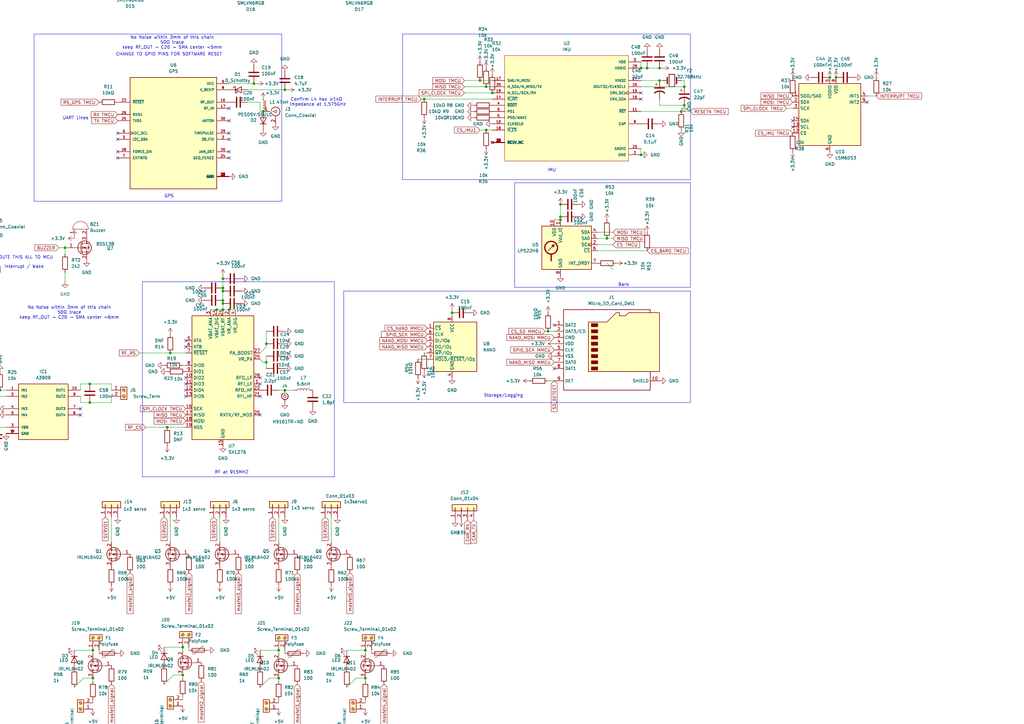
<source format=kicad_sch>
(kicad_sch (version 20250114) (generator "eeschema") (generator_version "9.0")
  (paper "A3")
  (rectangle (start 58.42 115.57) (end 137.16 195.58))
  (rectangle (start 211.074 74.93) (end 283.21 117.856))
  (rectangle (start 140.97 119.38) (end 283.21 165.1))
  (rectangle (start 165.1 13.97) (end 283.21 73.66))
  (rectangle (start 13.97 13.97) (end 115.57 82.55))
  (text "Motor Dir" (at -17.018 162.814 0) (effects (font (size 1.27 1.27))))
  (text "GPS" (at 69.342 80.518 0) (effects (font (size 1.27 1.27))))
  (text "UART Lines" (at 30.988 48.514 0) (effects (font (size 1.27 1.27))))
  (text "C4's ground connects to a low-impedance \nground plane with a via right at the pad." (at -52.832 65.024 0) (effects (font (size 1.27 1.27))))
  (text "Storage/Logging" (at 206.502 162.306 0) (effects (font (size 1.27 1.27))))
  (text "CHANGE TO GPIO PINS FOR SOFTWARE RESET" (at 69.342 22.352 0) (effects (font (size 1.27 1.27))))
  (text "ROUTE THIS ALL TO MCU" (at 9.906 105.664 0) (effects (font (size 1.27 1.27))))
  (text "Baro" (at 255.778 116.84 0) (effects (font (size 1.27 1.27))))
  (text "Confirm L4 has ≥1 kΩ \nimpedance at 1.575 GHz" (at 130.302 41.91 0) (effects (font (size 1.27 1.27))))
  (text "Interrupt / Wake" (at 9.906 109.474 0) (effects (font (size 1.27 1.27))))
  (text "IMU" (at 226.314 69.85 0) (effects (font (size 1.27 1.27))))
  (text "No Noise within 3mm of this chain\n50 Ω trace\nkeep RF_OUT → C20 → SMA center < 6 mm" (at 28.448 128.27 0) (effects (font (size 1.27 1.27))))
  (text "RF at 915MHZ" (at 94.996 193.802 0) (effects (font (size 1.27 1.27))))
  (text "No Noise within 3mm of this chain\n50 Ω trace\nkeep RF_OUT → C20 → SMA center < 5 mm" (at 70.612 17.526 0) (effects (font (size 1.27 1.27))))
  (junction (at -83.82 90.17))
  (junction (at 224.79 135.89))
  (junction (at 280.67 35.56))
  (junction (at 342.9 31.75))
  (junction (at 38.1 278.13))
  (junction (at 262.89 63.5))
  (junction (at 149.86 278.13))
  (junction (at 26.67 101.6))
  (junction (at 199.39 53.34))
  (junction (at -27.94 104.14))
  (junction (at 248.92 97.79))
  (junction (at -25.4 134.62))
  (junction (at 135.89 -10.16))
  (junction (at -25.4 99.06))
  (junction (at 93.98 127))
  (junction (at 68.58 175.26))
  (junction (at 91.44 -15.24))
  (junction (at 199.39 35.56))
  (junction (at 229.87 88.9))
  (junction (at 270.51 27.94))
  (junction (at 41.91 -16.51))
  (junction (at 36.83 165.1))
  (junction (at 36.83 157.48))
  (junction (at 88.9 127))
  (junction (at 104.14 34.29))
  (junction (at 91.44 -10.16))
  (junction (at 229.87 83.82))
  (junction (at 201.93 38.1))
  (junction (at 91.44 123.19))
  (junction (at 135.89 -15.24))
  (junction (at 265.43 27.94))
  (junction (at 69.85 144.78))
  (junction (at 38.1 266.7))
  (junction (at -25.4 83.82))
  (junction (at -27.94 109.22))
  (junction (at 114.3 266.7))
  (junction (at 107.95 45.72))
  (junction (at 262.89 27.94))
  (junction (at 91.44 127))
  (junction (at -25.4 86.36))
  (junction (at 109.22 148.59))
  (junction (at 91.44 124.46))
  (junction (at 279.4 45.72))
  (junction (at 74.93 276.86))
  (junction (at 173.99 40.64))
  (junction (at -15.24 91.44))
  (junction (at -2.54 162.56))
  (junction (at 185.42 128.27))
  (junction (at 74.93 265.43))
  (junction (at 91.44 114.3))
  (junction (at 149.86 266.7))
  (junction (at 116.84 160.02))
  (junction (at 0 160.02))
  (junction (at 196.85 33.02))
  (junction (at 229.87 90.17))
  (junction (at 91.44 118.11))
  (junction (at 109.22 140.97))
  (junction (at -88.9 134.62))
  (junction (at -1.27 175.26))
  (junction (at 340.36 31.75))
  (junction (at 270.51 33.02))
  (junction (at -25.4 96.52))
  (junction (at 280.67 43.18))
  (junction (at 91.44 119.38))
  (junction (at 41.91 -11.43))
  (junction (at 114.3 278.13))
  (junction (at 116.84 36.83))
  (no_connect (at -83.82 109.22))
  (no_connect (at -83.82 124.46))
  (no_connect (at -27.94 124.46))
  (no_connect (at 76.2 154.94))
  (no_connect (at 93.98 44.45))
  (no_connect (at 262.89 38.1))
  (no_connect (at -83.82 86.36))
  (no_connect (at 106.68 157.48))
  (no_connect (at -83.82 99.06))
  (no_connect (at -83.82 127))
  (no_connect (at -83.82 121.92))
  (no_connect (at -83.82 111.76))
  (no_connect (at 76.2 160.02))
  (no_connect (at 227.33 151.13))
  (no_connect (at 48.26 64.77))
  (no_connect (at 106.68 170.18))
  (no_connect (at -83.82 81.28))
  (no_connect (at -27.94 132.08))
  (no_connect (at 325.12 52.07))
  (no_connect (at 93.98 54.61))
  (no_connect (at -83.82 104.14))
  (no_connect (at -83.82 83.82))
  (no_connect (at 201.93 58.42))
  (no_connect (at -83.82 93.98))
  (no_connect (at 325.12 49.53))
  (no_connect (at -27.94 111.76))
  (no_connect (at -83.82 101.6))
  (no_connect (at 227.33 133.35))
  (no_connect (at 48.26 62.23))
  (no_connect (at 33.02 167.64))
  (no_connect (at 106.68 154.94))
  (no_connect (at 93.98 49.53))
  (no_connect (at -27.94 129.54))
  (no_connect (at 93.98 57.15))
  (no_connect (at 93.98 64.77))
  (no_connect (at 33.02 170.18))
  (no_connect (at -83.82 129.54))
  (no_connect (at 48.26 57.15))
  (no_connect (at 76.2 142.24))
  (no_connect (at -83.82 116.84))
  (no_connect (at 93.98 62.23))
  (no_connect (at 76.2 162.56))
  (no_connect (at 76.2 139.7))
  (no_connect (at 76.2 157.48))
  (no_connect (at -83.82 96.52))
  (no_connect (at 48.26 54.61))
  (no_connect (at -83.82 106.68))
  (no_connect (at -83.82 132.08))
  (no_connect (at 262.89 40.64))
  (no_connect (at -83.82 119.38))
  (no_connect (at 106.68 162.56))
  (no_connect (at -27.94 127))
  (no_connect (at 355.6 41.91))
  (bus_entry (at 248.92 107.95) (size 2.54 2.54))
  (wire (pts (xy -24.13 96.52) (xy -25.4 96.52)))
  (wire (pts (xy 106.68 45.72) (xy 107.95 45.72)))
  (wire (pts (xy 91.44 -15.24) (xy 91.44 -10.16)))
  (wire (pts (xy 114.3 266.7) (xy 114.3 267.97)))
  (wire (pts (xy 262.89 45.72) (xy 279.4 45.72)))
  (wire (pts (xy 67.31 265.43) (xy 74.93 265.43)))
  (wire (pts (xy 185.42 127) (xy 185.42 128.27)))
  (wire (pts (xy 77.47 265.43) (xy 77.47 266.7)))
  (wire (pts (xy 223.52 135.89) (xy 224.79 135.89)))
  (wire (pts (xy 101.6 36.83) (xy 116.84 36.83)))
  (wire (pts (xy 199.39 35.56) (xy 201.93 35.56)))
  (wire (pts (xy 71.12 276.86) (xy 67.31 280.67)))
  (wire (pts (xy 38.1 266.7) (xy 38.1 267.97)))
  (wire (pts (xy 251.46 95.25) (xy 245.11 95.25)))
  (wire (pts (xy 45.72 212.09) (xy 45.72 222.25)))
  (wire (pts (xy 224.79 156.21) (xy 227.33 156.21)))
  (wire (pts (xy 30.48 96.52) (xy 30.48 97.79)))
  (wire (pts (xy 106.68 45.72) (xy 106.68 41.91)))
  (wire (pts (xy 172.72 40.64) (xy 173.99 40.64)))
  (wire (pts (xy 105.41 34.29) (xy 104.14 34.29)))
  (wire (pts (xy 279.4 33.02) (xy 280.67 33.02)))
  (wire (pts (xy 41.91 -16.51) (xy 41.91 -11.43)))
  (wire (pts (xy 229.87 88.9) (xy 229.87 90.17)))
  (wire (pts (xy 114.3 288.29) (xy 114.3 287.02)))
  (wire (pts (xy 265.43 27.94) (xy 262.89 27.94)))
  (wire (pts (xy -83.82 90.17) (xy -83.82 88.9)))
  (wire (pts (xy -22.86 110.49) (xy -27.94 110.49)))
  (wire (pts (xy 26.67 101.6) (xy 27.94 101.6)))
  (wire (pts (xy 116.84 266.7) (xy 116.84 267.97)))
  (wire (pts (xy 41.91 -6.35) (xy 48.26 -6.35)))
  (wire (pts (xy 36.83 157.48) (xy 45.72 157.48)))
  (wire (pts (xy -27.94 88.9) (xy -25.4 88.9)))
  (wire (pts (xy 90.17 222.25) (xy 90.17 212.09)))
  (wire (pts (xy 359.41 39.37) (xy 355.6 39.37)))
  (wire (pts (xy -8.89 175.26) (xy -1.27 175.26)))
  (wire (pts (xy 280.67 33.02) (xy 280.67 35.56)))
  (wire (pts (xy 251.46 100.33) (xy 245.11 100.33)))
  (wire (pts (xy 86.36 127) (xy 88.9 127)))
  (wire (pts (xy 97.79 -10.16) (xy 91.44 -10.16)))
  (wire (pts (xy 91.44 118.11) (xy 91.44 119.38)))
  (wire (pts (xy 24.13 101.6) (xy 26.67 101.6)))
  (wire (pts (xy 262.89 35.56) (xy 280.67 35.56)))
  (wire (pts (xy 109.22 148.59) (xy 107.95 148.59)))
  (wire (pts (xy -27.94 81.28) (xy -25.4 81.28)))
  (wire (pts (xy 41.91 -20.32) (xy 41.91 -16.51)))
  (wire (pts (xy 190.5 35.56) (xy 199.39 35.56)))
  (wire (pts (xy -15.24 91.44) (xy -11.43 91.44)))
  (wire (pts (xy 190.5 33.02) (xy 196.85 33.02)))
  (wire (pts (xy 110.49 278.13) (xy 106.68 281.94)))
  (wire (pts (xy 38.1 279.4) (xy 38.1 278.13)))
  (wire (pts (xy -27.94 86.36) (xy -25.4 86.36)))
  (wire (pts (xy 91.44 -10.16) (xy 91.44 -5.08)))
  (wire (pts (xy 41.91 -11.43) (xy 41.91 -6.35)))
  (wire (pts (xy -24.13 83.82) (xy -25.4 83.82)))
  (wire (pts (xy -2.54 162.56) (xy 2.54 162.56)))
  (wire (pts (xy -25.4 81.28) (xy -25.4 83.82)))
  (wire (pts (xy 74.93 276.86) (xy 71.12 276.86)))
  (wire (pts (xy 135.89 -10.16) (xy 135.89 -5.08)))
  (wire (pts (xy 107.95 148.59) (xy 106.68 147.32)))
  (wire (pts (xy -25.4 101.6) (xy -27.94 101.6)))
  (wire (pts (xy 59.69 175.26) (xy 68.58 175.26)))
  (wire (pts (xy 106.68 266.7) (xy 114.3 266.7)))
  (wire (pts (xy -27.94 104.14) (xy -27.94 105.41)))
  (wire (pts (xy 91.44 123.19) (xy 91.44 124.46)))
  (wire (pts (xy 142.24 266.7) (xy 149.86 266.7)))
  (wire (pts (xy 149.86 279.4) (xy 149.86 278.13)))
  (wire (pts (xy 227.33 90.17) (xy 229.87 90.17)))
  (wire (pts (xy 199.39 53.34) (xy 201.93 53.34)))
  (wire (pts (xy -25.4 83.82) (xy -25.4 86.36)))
  (wire (pts (xy 149.86 288.29) (xy 149.86 287.02)))
  (wire (pts (xy 265.43 102.87) (xy 245.11 102.87)))
  (wire (pts (xy 171.45 147.32) (xy 175.26 147.32)))
  (wire (pts (xy 262.89 33.02) (xy 270.51 33.02)))
  (wire (pts (xy 33.02 165.1) (xy 33.02 162.56)))
  (wire (pts (xy 109.22 142.24) (xy 106.68 144.78)))
  (wire (pts (xy 91.44 113.03) (xy 91.44 114.3)))
  (wire (pts (xy 190.5 38.1) (xy 201.93 38.1)))
  (wire (pts (xy -95.25 134.62) (xy -88.9 134.62)))
  (wire (pts (xy 93.98 34.29) (xy 104.14 34.29)))
  (wire (pts (xy 109.22 140.97) (xy 109.22 142.24)))
  (wire (pts (xy 69.85 222.25) (xy 69.85 212.09)))
  (wire (pts (xy -87.63 90.17) (xy -83.82 90.17)))
  (wire (pts (xy -1.27 175.26) (xy 2.54 175.26)))
  (wire (pts (xy -27.94 93.98) (xy -25.4 93.98)))
  (wire (pts (xy -27.94 105.41) (xy -24.13 105.41)))
  (wire (pts (xy 224.79 135.89) (xy 227.33 135.89)))
  (wire (pts (xy 322.58 44.45) (xy 325.12 44.45)))
  (wire (pts (xy -20.32 91.44) (xy -15.24 91.44)))
  (wire (pts (xy 196.85 33.02) (xy 201.93 33.02)))
  (wire (pts (xy 36.83 165.1) (xy 45.72 165.1)))
  (wire (pts (xy 173.99 144.78) (xy 175.26 144.78)))
  (wire (pts (xy 142.24 -15.24) (xy 135.89 -15.24)))
  (wire (pts (xy 270.51 27.94) (xy 265.43 27.94)))
  (wire (pts (xy 74.93 287.02) (xy 74.93 285.75)))
  (wire (pts (xy -88.9 134.62) (xy -83.82 134.62)))
  (wire (pts (xy 248.92 97.79) (xy 245.11 97.79)))
  (wire (pts (xy 116.84 160.02) (xy 120.65 160.02)))
  (wire (pts (xy 40.64 266.7) (xy 40.64 267.97)))
  (wire (pts (xy -25.4 96.52) (xy -25.4 99.06)))
  (wire (pts (xy 114.3 160.02) (xy 116.84 160.02)))
  (wire (pts (xy -25.4 134.62) (xy -27.94 134.62)))
  (wire (pts (xy -27.94 110.49) (xy -27.94 109.22)))
  (wire (pts (xy 271.78 27.94) (xy 270.51 27.94)))
  (wire (pts (xy 271.78 33.02) (xy 270.51 33.02)))
  (wire (pts (xy 26.67 111.76) (xy 26.67 115.57)))
  (wire (pts (xy 97.79 -15.24) (xy 91.44 -15.24)))
  (wire (pts (xy 149.86 266.7) (xy 149.86 267.97)))
  (wire (pts (xy 88.9 127) (xy 91.44 127)))
  (wire (pts (xy 33.02 165.1) (xy 36.83 165.1)))
  (wire (pts (xy 30.48 266.7) (xy 38.1 266.7)))
  (wire (pts (xy 109.22 146.05) (xy 109.22 148.59)))
  (wire (pts (xy 149.86 278.13) (xy 146.05 278.13)))
  (wire (pts (xy -25.4 99.06) (xy -25.4 101.6)))
  (wire (pts (xy 173.99 40.64) (xy 201.93 40.64)))
  (wire (pts (xy 91.44 -5.08) (xy 97.79 -5.08)))
  (wire (pts (xy 114.3 222.25) (xy 114.3 212.09)))
  (wire (pts (xy 91.44 -19.05) (xy 91.44 -15.24)))
  (wire (pts (xy 185.42 128.27) (xy 185.42 129.54)))
  (wire (pts (xy 116.84 36.83) (xy 118.11 36.83)))
  (wire (pts (xy 109.22 148.59) (xy 109.22 151.13)))
  (wire (pts (xy 93.98 127) (xy 96.52 127)))
  (wire (pts (xy -5.08 160.02) (xy 0 160.02)))
  (wire (pts (xy 196.85 53.34) (xy 199.39 53.34)))
  (wire (pts (xy 0 160.02) (xy 2.54 160.02)))
  (wire (pts (xy 262.89 60.96) (xy 262.89 63.5)))
  (wire (pts (xy 26.67 101.6) (xy 26.67 104.14)))
  (wire (pts (xy 114.3 278.13) (xy 110.49 278.13)))
  (wire (pts (xy -25.4 96.52) (xy -25.4 93.98)))
  (wire (pts (xy 38.1 278.13) (xy 34.29 278.13)))
  (wire (pts (xy -5.08 162.56) (xy -2.54 162.56)))
  (wire (pts (xy 38.1 288.29) (xy 38.1 287.02)))
  (wire (pts (xy -83.82 90.17) (xy -83.82 91.44)))
  (wire (pts (xy 229.87 83.82) (xy 229.87 88.9)))
  (wire (pts (xy -27.94 83.82) (xy -25.4 83.82)))
  (wire (pts (xy -25.4 86.36) (xy -25.4 88.9)))
  (wire (pts (xy 45.72 157.48) (xy 45.72 160.02)))
  (wire (pts (xy -27.94 96.52) (xy -25.4 96.52)))
  (wire (pts (xy 91.44 127) (xy 93.98 127)))
  (wire (pts (xy 74.93 278.13) (xy 74.93 276.86)))
  (wire (pts (xy 270.51 43.18) (xy 280.67 43.18)))
  (wire (pts (xy 262.89 25.4) (xy 262.89 27.94)))
  (wire (pts (xy 135.89 -15.24) (xy 135.89 -10.16)))
  (wire (pts (xy 270.51 40.64) (xy 270.51 43.18)))
  (wire (pts (xy 33.02 157.48) (xy 33.02 160.02)))
  (wire (pts (xy 135.89 222.25) (xy 135.89 212.09)))
  (wire (pts (xy 48.26 -11.43) (xy 41.91 -11.43)))
  (wire (pts (xy 74.93 149.86) (xy 76.2 149.86)))
  (wire (pts (xy -27.94 99.06) (xy -25.4 99.06)))
  (wire (pts (xy 152.4 266.7) (xy 152.4 267.97)))
  (wire (pts (xy 109.22 135.89) (xy 109.22 140.97)))
  (wire (pts (xy 48.26 -16.51) (xy 41.91 -16.51)))
  (wire (pts (xy 91.44 114.3) (xy 91.44 118.11)))
  (wire (pts (xy 68.58 175.26) (xy 76.2 175.26)))
  (wire (pts (xy 146.05 278.13) (xy 142.24 281.94)))
  (wire (pts (xy 106.68 41.91) (xy 101.6 41.91)))
  (wire (pts (xy 91.44 124.46) (xy 91.44 127)))
  (wire (pts (xy 57.15 144.78) (xy 69.85 144.78)))
  (wire (pts (xy -10.16 110.49) (xy -15.24 110.49)))
  (wire (pts (xy 74.93 265.43) (xy 74.93 266.7)))
  (wire (pts (xy 279.4 45.72) (xy 283.21 45.72)))
  (wire (pts (xy 34.29 278.13) (xy 30.48 281.94)))
  (wire (pts (xy 114.3 279.4) (xy 114.3 278.13)))
  (wire (pts (xy -21.59 134.62) (xy -25.4 134.62)))
  (wire (pts (xy 135.89 -5.08) (xy 142.24 -5.08)))
  (wire (pts (xy 33.02 157.48) (xy 36.83 157.48)))
  (wire (pts (xy 135.89 -19.05) (xy 135.89 -15.24)))
  (wire (pts (xy 91.44 119.38) (xy 91.44 123.19)))
  (wire (pts (xy 69.85 144.78) (xy 76.2 144.78)))
  (wire (pts (xy 251.46 97.79) (xy 248.92 97.79)))
  (wire (pts (xy 45.72 165.1) (xy 45.72 162.56)))
  (wire (pts (xy 142.24 -10.16) (xy 135.89 -10.16)))
  (global_label "I2C0_SDA" (shape input) (at -27.94 121.92 0) (property "Intersheetrefs" "${INTERSHEET_REFS}" (effects (hide yes))))
  (global_label " SPI0_SCK MMCU" (shape input) (at 175.26 137.16 180) (property "Intersheetrefs" "${INTERSHEET_REFS}" (effects (hide yes))))
  (global_label "MOSI TMCU" (shape input) (at 76.2 172.72 180) (property "Intersheetrefs" "${INTERSHEET_REFS}" (effects (hide yes))))
  (global_label "3G" (shape input) (at 160.02 -10.16 0) (property "Intersheetrefs" "${INTERSHEET_REFS}" (effects (hide yes))))
  (global_label "CS_SD MMCU" (shape input) (at 223.52 135.89 180) (property "Intersheetrefs" "${INTERSHEET_REFS}" (effects (hide yes))))
  (global_label "RESETN TMCU" (shape input) (at 283.21 45.72 0) (property "Intersheetrefs" "${INTERSHEET_REFS}" (effects (hide yes))))
  (global_label "BGM_INT" (shape input) (at -10.16 110.49 0) (property "Intersheetrefs" "${INTERSHEET_REFS}" (effects (hide yes))))
  (global_label "RF_RS" (shape input) (at 57.15 144.78 180) (property "Intersheetrefs" "${INTERSHEET_REFS}" (effects (hide yes))))
  (global_label "mosfet4_signal" (shape input) (at 157.48 280.67 270) (property "Intersheetrefs" "${INTERSHEET_REFS}" (effects (hide yes))))
  (global_label "2R" (shape input) (at 115.57 -15.24 0) (property "Intersheetrefs" "${INTERSHEET_REFS}" (effects (hide yes))))
  (global_label "mosfet2_signal" (shape input) (at 82.55 279.4 270) (property "Intersheetrefs" "${INTERSHEET_REFS}" (effects (hide yes))))
  (global_label "2G" (shape input) (at 115.57 -10.16 0) (property "Intersheetrefs" "${INTERSHEET_REFS}" (effects (hide yes))))
  (global_label "mosfet3_signal" (shape input) (at 121.92 280.67 270) (property "Intersheetrefs" "${INTERSHEET_REFS}" (effects (hide yes))))
  (global_label "BGM_CS" (shape input) (at -27.94 114.3 0) (property "Intersheetrefs" "${INTERSHEET_REFS}" (effects (hide yes))))
  (global_label "mosfet3_signal" (shape input) (at 97.79 234.95 270) (property "Intersheetrefs" "${INTERSHEET_REFS}" (effects (hide yes))))
  (global_label "CS_IMU1" (shape input) (at 196.85 53.34 180) (property "Intersheetrefs" "${INTERSHEET_REFS}" (effects (hide yes))))
  (global_label "PWM1" (shape input) (at -5.08 160.02 180) (property "Intersheetrefs" "${INTERSHEET_REFS}" (effects (hide yes))))
  (global_label "INTERRUPT TMCU" (shape input) (at 359.41 39.37 0) (property "Intersheetrefs" "${INTERSHEET_REFS}" (effects (hide yes))))
  (global_label "SPI_CLOCK TMCU" (shape input) (at 322.58 44.45 180) (property "Intersheetrefs" "${INTERSHEET_REFS}" (effects (hide yes))))
  (global_label "RX TMCU" (shape input) (at 48.26 46.99 180) (property "Intersheetrefs" "${INTERSHEET_REFS}" (effects (hide yes))))
  (global_label "2B" (shape input) (at 115.57 -5.08 0) (property "Intersheetrefs" "${INTERSHEET_REFS}" (effects (hide yes))))
  (global_label "SPI_CLOCK TMCU" (shape input) (at 76.2 167.64 180) (property "Intersheetrefs" "${INTERSHEET_REFS}" (effects (hide yes))))
  (global_label "MISO TMCU" (shape input) (at 76.2 170.18 180) (property "Intersheetrefs" "${INTERSHEET_REFS}" (effects (hide yes))))
  (global_label "SERVO1" (shape input) (at 43.18 212.09 270) (property "Intersheetrefs" "${INTERSHEET_REFS}" (effects (hide yes))))
  (global_label "3B" (shape input) (at 160.02 -5.08 0) (property "Intersheetrefs" "${INTERSHEET_REFS}" (effects (hide yes))))
  (global_label "CS_BARO TMCU" (shape input) (at 265.43 102.87 0) (property "Intersheetrefs" "${INTERSHEET_REFS}" (effects (hide yes))))
  (global_label "DIR1" (shape input) (at -5.08 162.56 180) (property "Intersheetrefs" "${INTERSHEET_REFS}" (effects (hide yes))))
  (global_label "mosfet2_signal" (shape input) (at 77.47 234.95 270) (property "Intersheetrefs" "${INTERSHEET_REFS}" (effects (hide yes))))
  (global_label "RS_GPS TMCU" (shape input) (at 40.64 41.91 180) (property "Intersheetrefs" "${INTERSHEET_REFS}" (effects (hide yes))))
  (global_label "BUZZER" (shape input) (at 24.13 101.6 180) (property "Intersheetrefs" "${INTERSHEET_REFS}" (effects (hide yes))))
  (global_label "SERVO5" (shape input) (at 133.35 212.09 270) (property "Intersheetrefs" "${INTERSHEET_REFS}" (effects (hide yes))))
  (global_label "NAND_MOSI MMCU" (shape input) (at 227.33 138.43 180) (property "Intersheetrefs" "${INTERSHEET_REFS}" (effects (hide yes))))
  (global_label "SWCLK DMCU-1" (shape input) (at -27.94 116.84 0) (property "Intersheetrefs" "${INTERSHEET_REFS}" (effects (hide yes))))
  (global_label "3R" (shape input) (at 160.02 -15.24 0) (property "Intersheetrefs" "${INTERSHEET_REFS}" (effects (hide yes))))
  (global_label "CS_NAND MMCU" (shape input) (at 175.26 134.62 180) (property "Intersheetrefs" "${INTERSHEET_REFS}" (effects (hide yes))))
  (global_label "MOSI TMCU" (shape input) (at 251.46 95.25 0) (property "Intersheetrefs" "${INTERSHEET_REFS}" (effects (hide yes))))
  (global_label "RF_CS" (shape input) (at 59.69 175.26 180) (property "Intersheetrefs" "${INTERSHEET_REFS}" (effects (hide yes))))
  (global_label "SERVO2" (shape input) (at 67.31 212.09 270) (property "Intersheetrefs" "${INTERSHEET_REFS}" (effects (hide yes))))
  (global_label "NAND_MISO MMCU" (shape input) (at 227.33 148.59 180) (property "Intersheetrefs" "${INTERSHEET_REFS}" (effects (hide yes))))
  (global_label "NAND_MOSI MMCU" (shape input) (at 175.26 139.7 180) (property "Intersheetrefs" "${INTERSHEET_REFS}" (effects (hide yes))))
  (global_label "SERVO3" (shape input) (at 87.63 212.09 270) (property "Intersheetrefs" "${INTERSHEET_REFS}" (effects (hide yes))))
  (global_label "MISO TMCU" (shape input) (at 325.12 39.37 180) (property "Intersheetrefs" "${INTERSHEET_REFS}" (effects (hide yes))))
  (global_label "SD_DETECT" (shape input) (at 227.33 156.21 270) (property "Intersheetrefs" "${INTERSHEET_REFS}" (effects (hide yes))))
  (global_label "BGM_RESET" (shape input) (at -16.51 105.41 0) (property "Intersheetrefs" "${INTERSHEET_REFS}" (effects (hide yes))))
  (global_label "SPI_CLOCK TMCU" (shape input) (at 190.5 38.1 180) (property "Intersheetrefs" "${INTERSHEET_REFS}" (effects (hide yes))))
  (global_label "CAM_RX" (shape input) (at 191.77 213.36 270) (property "Intersheetrefs" "${INTERSHEET_REFS}" (effects (hide yes))))
  (global_label "SERVO4" (shape input) (at 111.76 212.09 270) (property "Intersheetrefs" "${INTERSHEET_REFS}" (effects (hide yes))))
  (global_label "INTERRUPT TMCU" (shape input) (at 172.72 40.64 180) (property "Intersheetrefs" "${INTERSHEET_REFS}" (effects (hide yes))))
  (global_label "MOSI TMCU" (shape input) (at 190.5 33.02 180) (property "Intersheetrefs" "${INTERSHEET_REFS}" (effects (hide yes))))
  (global_label "CS TMCU" (shape input) (at 251.46 100.33 0) (property "Intersheetrefs" "${INTERSHEET_REFS}" (effects (hide yes))))
  (global_label "NAND_MISO MMCU" (shape input) (at 175.26 142.24 180) (property "Intersheetrefs" "${INTERSHEET_REFS}" (effects (hide yes))))
  (global_label "SPI0_SCK MMCU" (shape input) (at 227.33 143.51 180) (property "Intersheetrefs" "${INTERSHEET_REFS}" (effects (hide yes))))
  (global_label "1B" (shape input) (at 66.04 -6.35 0) (property "Intersheetrefs" "${INTERSHEET_REFS}" (effects (hide yes))))
  (global_label "1G" (shape input) (at 66.04 -11.43 0) (property "Intersheetrefs" "${INTERSHEET_REFS}" (effects (hide yes))))
  (global_label "CS_IMU TMCU" (shape input) (at 325.12 54.61 180) (property "Intersheetrefs" "${INTERSHEET_REFS}" (effects (hide yes))))
  (global_label "I2C0_SCL" (shape input) (at -27.94 119.38 0) (property "Intersheetrefs" "${INTERSHEET_REFS}" (effects (hide yes))))
  (global_label "mosfet4_signal" (shape input) (at 121.92 234.95 270) (property "Intersheetrefs" "${INTERSHEET_REFS}" (effects (hide yes))))
  (global_label "TX TMCU" (shape input) (at 48.26 49.53 180) (property "Intersheetrefs" "${INTERSHEET_REFS}" (effects (hide yes))))
  (global_label "CAM_TX" (shape input) (at 194.31 213.36 270) (property "Intersheetrefs" "${INTERSHEET_REFS}" (effects (hide yes))))
  (global_label "mosfet1_signal" (shape input) (at 45.72 280.67 270) (property "Intersheetrefs" "${INTERSHEET_REFS}" (effects (hide yes))))
  (global_label "mosfet1_signal" (shape input) (at 53.34 234.95 270) (property "Intersheetrefs" "${INTERSHEET_REFS}" (effects (hide yes))))
  (global_label "MOSI TMCU" (shape input) (at 325.12 41.91 180) (property "Intersheetrefs" "${INTERSHEET_REFS}" (effects (hide yes))))
  (global_label "MISO TMCU" (shape input) (at 190.5 35.56 180) (property "Intersheetrefs" "${INTERSHEET_REFS}" (effects (hide yes))))
  (global_label "mosfet5_signal" (shape input) (at 143.51 234.95 270) (property "Intersheetrefs" "${INTERSHEET_REFS}" (effects (hide yes))))
  (global_label "1R" (shape input) (at 66.04 -16.51 0) (property "Intersheetrefs" "${INTERSHEET_REFS}" (effects (hide yes))))
  (global_label "MISO TMCU" (shape input) (at 251.46 97.79 0) (property "Intersheetrefs" "${INTERSHEET_REFS}" (effects (hide yes))))
  (symbol (lib_id "Device:L") (at 124.46 160.02 90) (unit 1)
    (property "Reference" "L7" (at 124.46 154.94 90))
    (property "Value" "5.6 nH" (at 124.46 157.48 90))
    (property "Footprint" "Inductor_SMD:L_6.3x6.3_H3" (effects (hide yes)))
    (property "Description" "Inductor" (effects (hide yes)))
  )
  (symbol (lib_id "Connector:Conn_Coaxial") (at -6.35 91.44 0) (unit 1)
    (property "Reference" "J25" (at -2.54 90.4631 0) (effects (justify left)))
    (property "Value" "Conn_Coaxial" (at -2.54 93.0031 0) (effects (justify left)))
    (property "Footprint" "SMA:LPRS_SMA_CONNECTOR" (effects (hide yes)))
    (property "Description" "coaxial connector (BNC, SMA, SMB, SMC, Cinch/RCA, LEMO, ...)" (effects (hide yes)))
  )
  (symbol (lib_id "power:+3.3V") (at -27.94 104.14 270) (unit 1)
    (property "Reference" "#PWR018" (effects (hide yes)))
    (property "Value" "+3.3V" (at -29.21 102.362 90) (effects (justify left)))
    (property "Description" "Power symbol creates a global label with name \"+3.3V\"" (effects (hide yes)))
  )
  (symbol (lib_id "Device:R") (at 121.92 276.86 180) (unit 1)
    (property "Reference" "R83" (at 124.46 275.5899 0) (effects (justify right)))
    (property "Value" "100" (at 124.46 278.1299 0) (effects (justify right)))
    (property "Footprint" "Resistor_SMD:R_0603_1608Metric" (effects (hide yes)))
    (property "Description" "Resistor" (effects (hide yes)))
  )
  (symbol (lib_id "power:GND") (at 227.33 146.05 270) (unit 1)
    (property "Reference" "#PWR068" (effects (hide yes)))
    (property "Value" "GND" (at 223.52 146.0499 90) (effects (justify right)))
    (property "Description" "Power symbol creates a global label with name \"GND\" , ground" (effects (hide yes)))
  )
  (symbol (lib_id "Device:C") (at 113.03 146.05 90) (unit 1)
    (property "Reference" "C26" (at 116.586 147.066 90))
    (property "Value" "10nF" (at 116.586 149.606 90))
    (property "Footprint" "Capacitor_SMD:C_0603_1608Metric" (effects (hide yes)))
    (property "Description" "Unpolarized capacitor" (effects (hide yes)))
  )
  (symbol (lib_id "power:GND") (at 194.31 48.26 270) (unit 1)
    (property "Reference" "#PWR054" (effects (hide yes)))
    (property "Value" "GND" (at 190.5 48.2599 90) (effects (justify right)))
    (property "Description" "Power symbol creates a global label with name \"GND\" , ground" (effects (hide yes)))
  )
  (symbol (lib_id "power:GND") (at 35.56 106.68 0) (unit 1)
    (property "Reference" "#PWR0121" (effects (hide yes)))
    (property "Value" "GND" (at 35.56 111.76 0))
    (property "Description" "Power symbol creates a global label with name \"GND\" , ground" (effects (hide yes)))
  )
  (symbol (lib_id "power:+5V") (at 149.86 290.83 180) (unit 1)
    (property "Reference" "#PWR0181" (effects (hide yes)))
    (property "Value" "+5V" (at 149.86 295.91 0))
    (property "Description" "Power symbol creates a global label with name \"+5V\"" (effects (hide yes)))
  )
  (symbol (lib_id "RF:SX1276") (at 91.44 154.94 0) (unit 1)
    (property "Reference" "U7" (at 93.5833 182.88 0) (effects (justify left)))
    (property "Value" "SX1276" (at 93.5833 185.42 0) (effects (justify left)))
    (property "Footprint" "Package_DFN_QFN:QFN-28-1EP_6x6mm_P0.65mm_EP4.8x4.8mm" (effects (hide yes)))
    (property "Datasheet" "https://semtech.my.salesforce.com/sfc/p/#E0000000JelG/a/2R0000001Rbr/6EfVZUorrpoKFfvaF_Fkpgp5kzjiNyiAbqcpqh9qSjE" (effects (hide yes)))
    (property "Description" "137 MHz to 1020 MHz Low Power Long Range Transceiver, spreading factor from 6 to 12, LoRA, QFN-28" (effects (hide yes)))
  )
  (symbol (lib_id "Device:R") (at -20.32 105.41 90) (unit 1)
    (property "Reference" "R1" (at -20.32 102.87 90))
    (property "Value" "10 kΩ" (at -20.32 105.41 90))
    (property "Footprint" "Resistor_SMD:R_0603_1608Metric" (effects (hide yes)))
    (property "Description" "Resistor" (effects (hide yes)))
  )
  (symbol (lib_id "power:GND") (at 270.51 156.21 90) (unit 1)
    (property "Reference" "#PWR069" (effects (hide yes)))
    (property "Value" "GND" (at 274.32 156.2099 90) (effects (justify right)))
    (property "Description" "Power symbol creates a global label with name \"GND\" , ground" (effects (hide yes)))
  )
  (symbol (lib_id "Device:C") (at -25.4 138.43 180) (unit 1)
    (property "Reference" "C2" (at -20.32 137.1599 0) (effects (justify right)))
    (property "Value" "100 nF" (at -20.32 139.6999 0) (effects (justify right)))
    (property "Footprint" "Capacitor_SMD:C_0603_1608Metric" (effects (hide yes)))
    (property "Description" "Unpolarized capacitor" (effects (hide yes)))
  )
  (symbol (lib_id "Device:L") (at -24.13 91.44 90) (unit 1)
    (property "Reference" "L3" (at -21.844 86.868 90))
    (property "Value" "3.9 nH" (at -21.844 89.408 90))
    (property "Footprint" "Inductor_SMD:L_6.3x6.3_H3" (effects (hide yes)))
    (property "Description" "Inductor" (effects (hide yes)))
  )
  (symbol (lib_id "power:GND") (at 194.31 45.72 270) (unit 1)
    (property "Reference" "#PWR053" (effects (hide yes)))
    (property "Value" "GND" (at 190.5 45.7199 90) (effects (justify right)))
    (property "Description" "Power symbol creates a global label with name \"GND\" , ground" (effects (hide yes)))
  )
  (symbol (lib_id "power:+3.3V") (at 248.92 90.17 0) (unit 1)
    (property "Reference" "#PWR0114" (effects (hide yes)))
    (property "Value" "+3.3V" (at 248.92 84.328 90))
    (property "Description" "Power symbol creates a global label with name \"+3.3V\"" (effects (hide yes)))
  )
  (symbol (lib_id "Transistor_FET:IRLML6402") (at 152.4 273.05 180) (unit 1)
    (property "Reference" "Q11" (at 146.05 271.7799 0) (effects (justify left)))
    (property "Value" "IRLML6402" (at 146.05 274.3199 0) (effects (justify left)))
    (property "Footprint" "Package_TO_SOT_SMD:SOT-23" (effects (hide yes)))
    (property "Datasheet" "https://www.infineon.com/dgdl/irlml6402pbf.pdf?fileId=5546d462533600a401535668d5c2263c" (effects (hide yes)))
    (property "Description" "-3.7A Id, -20V Vds, 65mOhm Rds, P-Channel HEXFET Power MOSFET, SOT-23" (effects (hide yes)))
  )
  (symbol (lib_id "power:GND") (at 2.54 177.8 0) (unit 1)
    (property "Reference" "#PWR082" (effects (hide yes)))
    (property "Value" "GND" (at 2.54 180.848 90) (effects (justify right)))
    (property "Description" "Power symbol creates a global label with name \"GND\" , ground" (effects (hide yes)))
  )
  (symbol (lib_id "power:GND") (at 135.89 -19.05 180) (unit 1)
    (property "Reference" "#PWR0221" (effects (hide yes)))
    (property "Value" "GND" (at 135.89 -24.13 0))
    (property "Description" "Power symbol creates a global label with name \"GND\" , ground" (effects (hide yes)))
  )
  (symbol (lib_id "power:GND") (at -25.4 142.24 0) (unit 1)
    (property "Reference" "#PWR05" (effects (hide yes)))
    (property "Value" "GND" (at -25.4 147.32 0))
    (property "Description" "Power symbol creates a global label with name \"GND\" , ground" (effects (hide yes)))
  )
  (symbol (lib_id "power:GND") (at 138.43 212.09 0) (unit 1)
    (property "Reference" "#PWR0117" (effects (hide yes)))
    (property "Value" "GND" (at 138.4301 215.9 90) (effects (justify right)))
    (property "Description" "Power symbol creates a global label with name \"GND\" , ground" (effects (hide yes)))
  )
  (symbol (lib_id "Device:R") (at 198.12 48.26 90) (unit 1)
    (property "Reference" "R10" (at 184.912 48.26 90))
    (property "Value" "10kΩ" (at 180.848 48.26 90))
    (property "Footprint" "Resistor_SMD:R_0603_1608Metric" (effects (hide yes)))
    (property "Description" "Resistor" (effects (hide yes)))
  )
  (symbol (lib_id "Device:LED") (at 67.31 269.24 270) (unit 1)
    (property "Reference" "D4" (at 62.23 267.716 90) (effects (justify left)))
    (property "Value" "LED" (at 61.214 269.494 90) (effects (justify left)))
    (property "Footprint" "LED_SMD:LED_0603_1608Metric" (effects (hide yes)))
    (property "Description" "Light emitting diode" (effects (hide yes)))
    (property "Sim.Pins" "1=K 2=A" (effects (hide yes)))
  )
  (symbol (lib_id "power:GND") (at 67.31 149.86 270) (unit 1)
    (property "Reference" "#PWR075" (effects (hide yes)))
    (property "Value" "GND" (at 63.5 149.8599 90) (effects (justify right)))
    (property "Description" "Power symbol creates a global label with name \"GND\" , ground" (effects (hide yes)))
  )
  (symbol (lib_id "power:GND") (at 160.02 267.97 90) (unit 1)
    (property "Reference" "#PWR0182" (effects (hide yes)))
    (property "Value" "GND" (at 165.1 267.9699 90) (effects (justify right)))
    (property "Description" "Power symbol creates a global label with name \"GND\" , ground" (effects (hide yes)))
  )
  (symbol (lib_id "power:+5V") (at -8.89 175.26 90) (unit 1)
    (property "Reference" "#PWR081" (effects (hide yes)))
    (property "Value" "+5V" (at -12.7 175.2599 90) (effects (justify left)))
    (property "Description" "Power symbol creates a global label with name \"+5V\"" (effects (hide yes)))
  )
  (symbol (lib_id "power:GND") (at 107.95 53.34 0) (unit 1)
    (property "Reference" "#PWR076" (effects (hide yes)))
    (property "Value" "GND" (at 107.95 58.42 0))
    (property "Description" "Power symbol creates a global label with name \"GND\" , ground" (effects (hide yes)))
  )
  (symbol (lib_id "power:+3.3V") (at 68.58 182.88 180) (unit 1)
    (property "Reference" "#PWR016" (effects (hide yes)))
    (property "Value" "+3.3V" (at 68.58 187.96 0))
    (property "Description" "Power symbol creates a global label with name \"+3.3V\"" (effects (hide yes)))
  )
  (symbol (lib_id "Device:R") (at -2.54 158.75 0) (unit 1)
    (property "Reference" "R24" (at -9.144 155.194 0) (effects (justify left)))
    (property "Value" "10k" (at -9.144 157.734 0) (effects (justify left)))
    (property "Footprint" "Resistor_SMD:R_0603_1608Metric" (effects (hide yes)))
    (property "Description" "Resistor" (effects (hide yes)))
  )
  (symbol (lib_id "power:GND") (at 2.54 170.18 270) (unit 1)
    (property "Reference" "#PWR0161" (effects (hide yes)))
    (property "Value" "GND" (at 0 170.1799 90) (effects (justify right)))
    (property "Description" "Power symbol creates a global label with name \"GND\" , ground" (effects (hide yes)))
  )
  (symbol (lib_id "Device:C") (at 346.71 31.75 270) (unit 1)
    (property "Reference" "C45" (at 346.71 24.13 90))
    (property "Value" "100nF" (at 346.71 26.67 90))
    (property "Footprint" "Capacitor_SMD:C_0603_1608Metric" (effects (hide yes)))
    (property "Description" "Unpolarized capacitor" (effects (hide yes)))
  )
  (symbol (lib_id "Device:Buzzer") (at 33.02 93.98 90) (unit 1)
    (property "Reference" "BZ1" (at 36.83 91.9548 90) (effects (justify right)))
    (property "Value" "Buzzer" (at 36.83 94.4948 90) (effects (justify right)))
    (property "Footprint" "Buzzer_Beeper:MagneticBuzzer_PUI_AT-0927-TT-6-R" (effects (hide yes)))
    (property "Description" "Buzzer, polarized" (effects (hide yes)))
  )
  (symbol (lib_id "Transistor_FET:IRLML6402") (at 77.47 271.78 180) (unit 1)
    (property "Reference" "Q9" (at 71.12 270.5099 0) (effects (justify left)))
    (property "Value" "IRLML6402" (at 71.12 273.0499 0) (effects (justify left)))
    (property "Footprint" "Package_TO_SOT_SMD:SOT-23" (effects (hide yes)))
    (property "Datasheet" "https://www.infineon.com/dgdl/irlml6402pbf.pdf?fileId=5546d462533600a401535668d5c2263c" (effects (hide yes)))
    (property "Description" "-3.7A Id, -20V Vds, 65mOhm Rds, P-Channel HEXFET Power MOSFET, SOT-23" (effects (hide yes)))
  )
  (symbol (lib_id "power:+3.3V") (at 224.79 128.27 0) (unit 1)
    (property "Reference" "#PWR0128" (effects (hide yes)))
    (property "Value" "+3.3V" (at 224.7901 124.46 90) (effects (justify left)))
    (property "Description" "Power symbol creates a global label with name \"+3.3V\"" (effects (hide yes)))
  )
  (symbol (lib_id "power:GND") (at 116.84 151.13 90) (unit 1)
    (property "Reference" "#PWR0159" (effects (hide yes)))
    (property "Value" "GND" (at 120.65 151.1299 90) (effects (justify right)))
    (property "Description" "Power symbol creates a global label with name \"GND\" , ground" (effects (hide yes)))
  )
  (symbol (lib_id "power:GND") (at -87.63 90.17 270) (unit 1)
    (property "Reference" "#PWR015" (effects (hide yes)))
    (property "Value" "GND" (at -90.17 90.1699 90) (effects (justify right)))
    (property "Description" "Power symbol creates a global label with name \"GND\" , ground" (effects (hide yes)))
  )
  (symbol (lib_id "Device:C") (at 113.03 135.89 90) (unit 1)
    (property "Reference" "C24" (at 116.84 137.16 90))
    (property "Value" "10nF" (at 116.84 139.7 90))
    (property "Footprint" "Capacitor_SMD:C_0603_1608Metric" (effects (hide yes)))
    (property "Description" "Unpolarized capacitor" (effects (hide yes)))
  )
  (symbol (lib_id "Device:D") (at 107.95 49.53 90) (unit 1)
    (property "Reference" "D2" (at 102.616 49.276 90) (effects (justify right)))
    (property "Value" "PESD5V‑S5ULC" (at 97.536 46.99 90) (effects (justify right)))
    (property "Footprint" "Diode_SMD:D_0603_1608Metric" (effects (hide yes)))
    (property "Description" "Diode" (effects (hide yes)))
    (property "Sim.Device" "D" (effects (hide yes)))
    (property "Sim.Pins" "1=K 2=A" (effects (hide yes)))
  )
  (symbol (lib_id "power:GND") (at -2.54 154.94 180) (unit 1)
    (property "Reference" "#PWR084" (effects (hide yes)))
    (property "Value" "GND" (at -2.54 151.892 90) (effects (justify right)))
    (property "Description" "Power symbol creates a global label with name \"GND\" , ground" (effects (hide yes)))
  )
  (symbol (lib_id "Transistor_FET:IRLML6402") (at 116.84 273.05 180) (unit 1)
    (property "Reference" "Q10" (at 110.49 271.7799 0) (effects (justify left)))
    (property "Value" "IRLML6402" (at 110.49 274.3199 0) (effects (justify left)))
    (property "Footprint" "Package_TO_SOT_SMD:SOT-23" (effects (hide yes)))
    (property "Datasheet" "https://www.infineon.com/dgdl/irlml6402pbf.pdf?fileId=5546d462533600a401535668d5c2263c" (effects (hide yes)))
    (property "Description" "-3.7A Id, -20V Vds, 65mOhm Rds, P-Channel HEXFET Power MOSFET, SOT-23" (effects (hide yes)))
  )
  (symbol (lib_id "power:+3.3V") (at 173.99 48.26 180) (unit 1)
    (property "Reference" "#PWR0106" (effects (hide yes)))
    (property "Value" "+3.3V" (at 173.99 54.102 90))
    (property "Description" "Power symbol creates a global label with name \"+3.3V\"" (effects (hide yes)))
  )
  (symbol (lib_id "power:GND") (at 116.84 165.1 0) (unit 1)
    (property "Reference" "#PWR080" (effects (hide yes)))
    (property "Value" "GND" (at 116.84 170.18 0))
    (property "Description" "Power symbol creates a global label with name \"GND\" , ground" (effects (hide yes)))
  )
  (symbol (lib_id "Connector_Generic:Conn_01x04") (at 189.23 208.28 90) (unit 1)
    (property "Reference" "J12" (at 190.5 201.93 90))
    (property "Value" "Conn_01x04" (at 190.5 204.47 90))
    (property "Footprint" "Connector_PinSocket_2.54mm:PinSocket_1x04_P2.54mm_Vertical" (effects (hide yes)))
    (property "Description" "Generic connector, single row, 01x04, script generated (kicad-library-utils/schlib/autogen/connector/)" (effects (hide yes)))
  )
  (symbol (lib_id "power:GND") (at 48.26 267.97 90) (unit 1)
    (property "Reference" "#PWR0176" (effects (hide yes)))
    (property "Value" "GND" (at 53.34 267.9699 90) (effects (justify right)))
    (property "Description" "Power symbol creates a global label with name \"GND\" , ground" (effects (hide yes)))
  )
  (symbol (lib_id "Transistor_FET:IRLML6402") (at 48.26 227.33 180) (unit 1)
    (property "Reference" "Q1" (at 41.91 226.0599 0) (effects (justify left)))
    (property "Value" "IRLML6402" (at 41.91 228.5999 0) (effects (justify left)))
    (property "Footprint" "Package_TO_SOT_SMD:SOT-23" (effects (hide yes)))
    (property "Datasheet" "https://www.infineon.com/dgdl/irlml6402pbf.pdf?fileId=5546d462533600a401535668d5c2263c" (effects (hide yes)))
    (property "Description" "-3.7A Id, -20V Vds, 65mOhm Rds, P-Channel HEXFET Power MOSFET, SOT-23" (effects (hide yes)))
  )
  (symbol (lib_id "LED:SMLVN6RGB") (at 102.87 -10.16 180) (unit 1)
    (property "Reference" "D16" (at 102.87 3.81 0))
    (property "Value" "SMLVN6RGB" (at 102.87 1.27 0))
    (property "Footprint" "LED_SMD:LED_ROHM_SMLVN6" (effects (hide yes)))
    (property "Datasheet" "https://www.rohm.com/datasheet/SMLVN6RGB1U" (effects (hide yes)))
    (property "Description" "High Brightness Tri-Color LED, RGB, 3.5x2.8mm" (effects (hide yes)))
  )
  (symbol (lib_id "power:+3.3V") (at 265.43 95.25 0) (unit 1)
    (property "Reference" "#PWR0112" (effects (hide yes)))
    (property "Value" "+3.3V" (at 265.43 89.408 90))
    (property "Description" "Power symbol creates a global label with name \"+3.3V\"" (effects (hide yes)))
  )
  (symbol (lib_id "Device:R") (at 62.23 -11.43 270) (unit 1)
    (property "Reference" "R88" (at 62.23 -11.43 90))
    (property "Value" "220" (at 62.23 -13.97 90))
    (property "Footprint" "Resistor_SMD:R_0603_1608Metric" (effects (hide yes)))
    (property "Description" "Resistor" (effects (hide yes)))
  )
  (symbol (lib_id "Connector:Screw_Terminal_01x02") (at 74.93 260.35 90) (unit 1)
    (property "Reference" "J20" (at 66.04 254.254 90) (effects (justify right)))
    (property "Value" "Screw_Terminal_01x02" (at 66.04 256.794 90) (effects (justify right)))
    (property "Footprint" "TerminalBlock_Phoenix:TerminalBlock_Phoenix_MPT-0,5-2-2.54_1x02_P2.54mm_Horizontal" (effects (hide yes)))
    (property "Description" "Generic screw terminal, single row, 01x02, script generated (kicad-library-utils/schlib/autogen/connector/)" (effects (hide yes)))
  )
  (symbol (lib_id "power:+3.3V") (at 171.45 154.94 180) (unit 1)
    (property "Reference" "#PWR0127" (effects (hide yes)))
    (property "Value" "+3.3V" (at 171.4499 158.75 90) (effects (justify left)))
    (property "Description" "Power symbol creates a global label with name \"+3.3V\"" (effects (hide yes)))
  )
  (symbol (lib_id "Device:C") (at 87.63 118.11 90) (unit 1)
    (property "Reference" "C55" (at 84.836 121.158 90) (effects (justify left)))
    (property "Value" "100nF" (at 84.836 119.634 90) (effects (justify left)))
    (property "Footprint" "Capacitor_SMD:C_0603_1608Metric" (effects (hide yes)))
    (property "Description" "Unpolarized capacitor" (effects (hide yes)))
  )
  (symbol (lib_id "Device:D_Schottky") (at 97.79 36.83 0) (unit 1)
    (property "Reference" "D1" (at 97.4725 30.48 0))
    (property "Value" "D_Schottky" (at 97.4725 33.02 0))
    (property "Footprint" "Diode_SMD:D_0603_1608Metric" (effects (hide yes)))
    (property "Description" "Schottky diode" (effects (hide yes)))
  )
  (symbol (lib_id "power:+3.3V") (at 359.41 31.75 0) (unit 1)
    (property "Reference" "#PWR093" (effects (hide yes)))
    (property "Value" "+3.3V" (at 359.41 26.416 90))
    (property "Description" "Power symbol creates a global label with name \"+3.3V\"" (effects (hide yes)))
  )
  (symbol (lib_id "power:GND") (at 270.51 50.8 90) (unit 1)
    (property "Reference" "#PWR059" (effects (hide yes)))
    (property "Value" "GND" (at 274.32 50.7999 90) (effects (justify right)))
    (property "Description" "Power symbol creates a global label with name \"GND\" , ground" (effects (hide yes)))
  )
  (symbol (lib_id "Device:R") (at 157.48 276.86 180) (unit 1)
    (property "Reference" "R85" (at 160.02 275.5899 0) (effects (justify right)))
    (property "Value" "100" (at 160.02 278.1299 0) (effects (justify right)))
    (property "Footprint" "Resistor_SMD:R_0603_1608Metric" (effects (hide yes)))
    (property "Description" "Resistor" (effects (hide yes)))
  )
  (symbol (lib_id "Device:C") (at -1.27 179.07 180) (unit 1)
    (property "Reference" "C23" (at -7.112 180.848 90))
    (property "Value" "100 nF" (at -4.826 181.864 90))
    (property "Footprint" "Capacitor_SMD:C_0603_1608Metric" (effects (hide yes)))
    (property "Description" "Unpolarized capacitor" (effects (hide yes)))
  )
  (symbol (lib_id "Device:R") (at 71.12 149.86 90) (unit 1)
    (property "Reference" "R19" (at 70.358 147.066 90))
    (property "Value" "10k" (at 71.12 149.606 90))
    (property "Footprint" "Resistor_SMD:R_0603_1608Metric" (effects (hide yes)))
    (property "Description" "Resistor" (effects (hide yes)))
  )
  (symbol (lib_id "power:GND") (at 350.52 31.75 90) (unit 1)
    (property "Reference" "#PWR091" (effects (hide yes)))
    (property "Value" "GND" (at 354.33 31.7499 90) (effects (justify right)))
    (property "Description" "Power symbol creates a global label with name \"GND\" , ground" (effects (hide yes)))
  )
  (symbol (lib_id "Connector:Conn_Coaxial") (at 113.03 45.72 0) (unit 1)
    (property "Reference" "J3" (at 116.84 44.7431 0) (effects (justify left)))
    (property "Value" "Conn_Coaxial" (at 116.84 47.2831 0) (effects (justify left)))
    (property "Footprint" "SMA:LPRS_SMA_CONNECTOR" (effects (hide yes)))
    (property "Description" "coaxial connector (BNC, SMA, SMB, SMC, Cinch/RCA, LEMO, ...)" (effects (hide yes)))
  )
  (symbol (lib_id "Device:R") (at 201.93 34.29 0) (unit 1)
    (property "Reference" "R32" (at 201.676 17.78 0) (effects (justify left)))
    (property "Value" "10k" (at 201.676 20.32 0) (effects (justify left)))
    (property "Footprint" "Resistor_SMD:R_0603_1608Metric" (effects (hide yes)))
    (property "Description" "Resistor" (effects (hide yes)))
  )
  (symbol (lib_id "Device:C") (at 36.83 161.29 0) (unit 1)
    (property "Reference" "C58" (at 40.64 160.0199 0) (effects (justify left)))
    (property "Value" "100nF" (at 40.64 162.5599 0) (effects (justify left)))
    (property "Footprint" "Capacitor_SMD:C_0603_1608Metric" (effects (hide yes)))
    (property "Description" "Unpolarized capacitor" (effects (hide yes)))
  )
  (symbol (lib_id "power:GND") (at 85.09 266.7 90) (unit 1)
    (property "Reference" "#PWR0178" (effects (hide yes)))
    (property "Value" "GND" (at 90.17 266.6999 90) (effects (justify right)))
    (property "Description" "Power symbol creates a global label with name \"GND\" , ground" (effects (hide yes)))
  )
  (symbol (lib_id "Device:L_Ferrite_Small") (at 107.95 43.18 0) (unit 1)
    (property "Reference" "L1" (at 110.49 41.9099 0) (effects (justify left)))
    (property "Value" "47 nH" (at 113.284 41.91 0) (effects (justify left)))
    (property "Footprint" "Inductor_SMD:L_6.3x6.3_H3" (effects (hide yes)))
    (property "Description" "Inductor with ferrite core, small symbol" (effects (hide yes)))
  )
  (symbol (lib_id "power:GND") (at 116.84 140.97 90) (unit 1)
    (property "Reference" "#PWR0157" (effects (hide yes)))
    (property "Value" "GND" (at 120.65 140.9699 90) (effects (justify right)))
    (property "Description" "Power symbol creates a global label with name \"GND\" , ground" (effects (hide yes)))
  )
  (symbol (lib_id "power:GND") (at 93.98 72.39 90) (unit 1)
    (property "Reference" "#PWR060" (effects (hide yes)))
    (property "Value" "GND" (at 97.79 72.3899 90) (effects (justify right)))
    (property "Description" "Power symbol creates a global label with name \"GND\" , ground" (effects (hide yes)))
  )
  (symbol (lib_id "power:+3.3V") (at 217.17 156.21 90) (unit 1)
    (property "Reference" "#PWR0129" (effects (hide yes)))
    (property "Value" "+3.3V" (at 213.36 156.2099 90) (effects (justify left)))
    (property "Description" "Power symbol creates a global label with name \"+3.3V\"" (effects (hide yes)))
  )
  (symbol (lib_id "power:+3.3V") (at 229.87 83.82 0) (unit 1)
    (property "Reference" "#PWR063" (effects (hide yes)))
    (property "Value" "+3.3V" (at 229.87 78.74 0))
    (property "Description" "Power symbol creates a global label with name \"+3.3V\"" (effects (hide yes)))
  )
  (symbol (lib_id "power:GND") (at 104.14 26.67 180) (unit 1)
    (property "Reference" "#PWR074" (effects (hide yes)))
    (property "Value" "GND" (at 104.14 21.59 0))
    (property "Description" "Power symbol creates a global label with name \"GND\" , ground" (effects (hide yes)))
  )
  (symbol (lib_id "power:GND") (at 116.84 135.89 90) (unit 1)
    (property "Reference" "#PWR0156" (effects (hide yes)))
    (property "Value" "GND" (at 120.65 135.8899 90) (effects (justify right)))
    (property "Description" "Power symbol creates a global label with name \"GND\" , ground" (effects (hide yes)))
  )
  (symbol (lib_id "Device:LED") (at 142.24 270.51 270) (unit 1)
    (property "Reference" "D6" (at 137.16 268.986 90) (effects (justify left)))
    (property "Value" "LED" (at 136.144 270.764 90) (effects (justify left)))
    (property "Footprint" "LED_SMD:LED_0603_1608Metric" (effects (hide yes)))
    (property "Description" "Light emitting diode" (effects (hide yes)))
    (property "Sim.Pins" "1=K 2=A" (effects (hide yes)))
  )
  (symbol (lib_id "Device:R") (at 74.93 281.94 180) (unit 1)
    (property "Reference" "R80" (at 77.216 280.67 0) (effects (justify right)))
    (property "Value" "10k" (at 77.216 283.21 0) (effects (justify right)))
    (property "Footprint" "Resistor_SMD:R_0603_1608Metric" (effects (hide yes)))
    (property "Description" "Resistor" (effects (hide yes)))
  )
  (symbol (lib_id "power:+3.3V") (at 69.85 137.16 0) (unit 1)
    (property "Reference" "#PWR024" (effects (hide yes)))
    (property "Value" "+3.3V" (at 69.85 132.08 0))
    (property "Description" "Power symbol creates a global label with name \"+3.3V\"" (effects (hide yes)))
  )
  (symbol (lib_id "Device:Polyfuse") (at 120.65 267.97 90) (unit 1)
    (property "Reference" "F3" (at 120.65 261.62 90))
    (property "Value" "Polyfuse" (at 120.65 264.16 90))
    (property "Footprint" "Fuse:Fuse_0603_1608Metric" (effects (hide yes)))
    (property "Description" "Resettable fuse, polymeric positive temperature coefficient" (effects (hide yes)))
  )
  (symbol (lib_id "Device:R") (at 72.39 152.4 90) (unit 1)
    (property "Reference" "R23" (at 69.088 155.194 90))
    (property "Value" "10k" (at 73.152 155.448 90))
    (property "Footprint" "Resistor_SMD:R_0603_1608Metric" (effects (hide yes)))
    (property "Description" "Resistor" (effects (hide yes)))
  )
  (symbol (lib_id "Device:R") (at 62.23 -6.35 270) (unit 1)
    (property "Reference" "R87" (at 62.23 -6.604 90))
    (property "Value" "220" (at 62.23 -8.636 90))
    (property "Footprint" "Resistor_SMD:R_0603_1608Metric" (effects (hide yes)))
    (property "Description" "Resistor" (effects (hide yes)))
  )
  (symbol (lib_id "Memory_Flash:W25Q128JVS") (at 185.42 142.24 0) (unit 1)
    (property "Reference" "U8" (at 198.12 140.9699 0) (effects (justify left)))
    (property "Value" "NAND" (at 198.12 143.5099 0) (effects (justify left)))
    (property "Footprint" "Package_SO:SOIC-8_5.3x5.3mm_P1.27mm" (effects (hide yes)))
    (property "Datasheet" "https://www.winbond.com/resource-files/w25q128jv_dtr%20revc%2003272018%20plus.pdf" (effects (hide yes)))
    (property "Description" "128Mbit / 16MiB Serial Flash Memory, Standard/Dual/Quad SPI, 2.7-3.6V, SOIC-8" (effects (hide yes)))
  )
  (symbol (lib_id "Device:R") (at 69.85 140.97 180) (unit 1)
    (property "Reference" "R14" (at 67.31 142.2401 0) (effects (justify left)))
    (property "Value" "DNF" (at 67.31 139.7001 0) (effects (justify left)))
    (property "Description" "Resistor" (effects (hide yes)))
  )
  (symbol (lib_id "Device:C") (at 95.25 119.38 270) (unit 1)
    (property "Reference" "C52" (at 100.584 120.396 90) (effects (justify left)))
    (property "Value" "100nF" (at 98.806 121.92 90) (effects (justify left)))
    (property "Footprint" "Capacitor_SMD:C_0603_1608Metric" (effects (hide yes)))
    (property "Description" "Unpolarized capacitor" (effects (hide yes)))
  )
  (symbol (lib_id "Device:R") (at 111.76 -5.08 270) (unit 1)
    (property "Reference" "R92" (at 111.76 -5.334 90))
    (property "Value" "220" (at 111.76 -7.366 90))
    (property "Footprint" "Resistor_SMD:R_0603_1608Metric" (effects (hide yes)))
    (property "Description" "Resistor" (effects (hide yes)))
  )
  (symbol (lib_id "power:GND") (at 193.04 128.27 90) (unit 1)
    (property "Reference" "#PWR0115" (effects (hide yes)))
    (property "Value" "GND" (at 196.85 128.2699 90) (effects (justify right)))
    (property "Description" "Power symbol creates a global label with name \"GND\" , ground" (effects (hide yes)))
  )
  (symbol (lib_id "Device:R") (at 67.31 276.86 0) (unit 1)
    (property "Reference" "R59" (at 58.674 275.336 0) (effects (justify left)))
    (property "Value" "1k" (at 58.674 277.876 0) (effects (justify left)))
    (property "Footprint" "Resistor_SMD:R_0603_1608Metric" (effects (hide yes)))
    (property "Description" "Resistor" (effects (hide yes)))
  )
  (symbol (lib_id "Connector:Screw_Terminal_01x02") (at 114.3 261.62 90) (unit 1)
    (property "Reference" "J21" (at 105.41 255.524 90) (effects (justify right)))
    (property "Value" "Screw_Terminal_01x02" (at 105.41 258.064 90) (effects (justify right)))
    (property "Footprint" "TerminalBlock_Phoenix:TerminalBlock_Phoenix_MPT-0,5-2-2.54_1x02_P2.54mm_Horizontal" (effects (hide yes)))
    (property "Description" "Generic screw terminal, single row, 01x02, script generated (kicad-library-utils/schlib/autogen/connector/)" (effects (hide yes)))
  )
  (symbol (lib_id "power:+3.3V") (at 107.95 40.64 0) (unit 1)
    (property "Reference" "#PWR077" (effects (hide yes)))
    (property "Value" "+3.3V" (at 111.76 38.1 0))
    (property "Description" "Power symbol creates a global label with name \"+3.3V\"" (effects (hide yes)))
  )
  (symbol (lib_id "Device:R") (at 224.79 132.08 0) (unit 1)
    (property "Reference" "R55" (at 221.234 129.032 90))
    (property "Value" "10kΩ" (at 219.71 128.778 90))
    (property "Footprint" "Resistor_SMD:R_0603_1608Metric" (effects (hide yes)))
    (property "Description" "Resistor" (effects (hide yes)))
  )
  (symbol (lib_id "Device:R") (at 121.92 231.14 180) (unit 1)
    (property "Reference" "R66" (at 124.46 229.8699 0) (effects (justify right)))
    (property "Value" "100" (at 124.46 232.4099 0) (effects (justify right)))
    (property "Footprint" "Resistor_SMD:R_0603_1608Metric" (effects (hide yes)))
    (property "Description" "Resistor" (effects (hide yes)))
  )
  (symbol (lib_id "power:GND") (at 113.03 50.8 0) (unit 1)
    (property "Reference" "#PWR078" (effects (hide yes)))
    (property "Value" "GND" (at 113.03 55.88 0))
    (property "Description" "Power symbol creates a global label with name \"GND\" , ground" (effects (hide yes)))
  )
  (symbol (lib_id "Device:C_Polarized_US") (at 270.51 36.83 0) (unit 1)
    (property "Reference" "C46" (at 259.08 28.956 0) (effects (justify left)))
    (property "Value" "22pF" (at 259.08 31.496 0) (effects (justify left)))
    (property "Footprint" "Capacitor_SMD:C_0603_1608Metric" (effects (hide yes)))
    (property "Description" "Polarized capacitor, US symbol" (effects (hide yes)))
  )
  (symbol (lib_id "Device:R") (at 111.76 -10.16 270) (unit 1)
    (property "Reference" "R91" (at 111.76 -10.16 90))
    (property "Value" "220" (at 111.76 -12.7 90))
    (property "Footprint" "Resistor_SMD:R_0603_1608Metric" (effects (hide yes)))
    (property "Description" "Resistor" (effects (hide yes)))
  )
  (symbol (lib_id "Sensor_Motion:LSM6DS3") (at 340.36 46.99 0) (unit 1)
    (property "Reference" "U10" (at 342.5033 62.23 0) (effects (justify left)))
    (property "Value" "LSM6DS3" (at 342.5033 64.77 0) (effects (justify left)))
    (property "Footprint" "Package_LGA:LGA-14_3x2.5mm_P0.5mm_LayoutBorder3x4y" (effects (hide yes)))
    (property "Datasheet" "https://www.st.com/resource/en/datasheet/lsm6ds3tr-c.pdf" (effects (hide yes)))
    (property "Description" "I2C/SPI, iNEMO inertial module: always-on 3D accelerometer and 3D gyroscope" (effects (hide yes)))
  )
  (symbol (lib_id "Device:C") (at 104.14 30.48 0) (unit 1)
    (property "Reference" "C19" (at 107.188 27.686 0) (effects (justify left)))
    (property "Value" "100nF" (at 107.188 30.226 0) (effects (justify left)))
    (property "Footprint" "Capacitor_SMD:C_0603_1608Metric" (effects (hide yes)))
    (property "Description" "Unpolarized capacitor" (effects (hide yes)))
  )
  (symbol (lib_id "Device:C_Polarized_US") (at 280.67 39.37 0) (unit 1)
    (property "Reference" "C47" (at 284.48 37.4649 0) (effects (justify left)))
    (property "Value" "22pF" (at 284.48 40.0049 0) (effects (justify left)))
    (property "Footprint" "Capacitor_SMD:C_0603_1608Metric" (effects (hide yes)))
    (property "Description" "Polarized capacitor, US symbol" (effects (hide yes)))
  )
  (symbol (lib_id "A3909:A3909") (at 17.78 167.64 0) (unit 1)
    (property "Reference" "IC1" (at 17.78 152.4 0))
    (property "Value" "A3909" (at 17.78 154.94 0))
    (property "Footprint" "A3909:MSOP10-PAD" (effects (hide yes)))
    (property "MF" "Allegro MicroSystems, LLC" (effects (hide yes)))
    (property "Description_1" "Dual Full Bridge Motor Driver" (effects (hide yes)))
    (property "Package" "None" (effects (hide yes)))
    (property "Price" "None" (effects (hide yes)))
    (property "SnapEDA_Link" "https://www.snapeda.com/parts/A3909/Allegro/view-part/?ref=snap" (effects (hide yes)))
    (property "MP" "A3909" (effects (hide yes)))
    (property "Availability" "In Stock" (effects (hide yes)))
    (property "Check_prices" "https://www.snapeda.com/parts/A3909/Allegro/view-part/?ref=eda" (effects (hide yes)))
  )
  (symbol (lib_id "Device:R") (at 325.12 58.42 180) (unit 1)
    (property "Reference" "R38" (at 329.946 60.96 0) (effects (justify left)))
    (property "Value" "10k" (at 329.946 58.42 0) (effects (justify left)))
    (property "Footprint" "Resistor_SMD:R_0603_1608Metric" (effects (hide yes)))
    (property "Description" "Resistor" (effects (hide yes)))
  )
  (symbol (lib_id "Device:R") (at 143.51 231.14 180) (unit 1)
    (property "Reference" "R67" (at 146.05 229.8699 0) (effects (justify right)))
    (property "Value" "100" (at 146.05 232.4099 0) (effects (justify right)))
    (property "Footprint" "Resistor_SMD:R_0603_1608Metric" (effects (hide yes)))
    (property "Description" "Resistor" (effects (hide yes)))
  )
  (symbol (lib_id "power:GND") (at 116.84 146.05 90) (unit 1)
    (property "Reference" "#PWR0158" (effects (hide yes)))
    (property "Value" "GND" (at 120.65 146.0499 90) (effects (justify right)))
    (property "Description" "Power symbol creates a global label with name \"GND\" , ground" (effects (hide yes)))
  )
  (symbol (lib_id "power:+3.3V") (at 105.41 34.29 270) (unit 1)
    (property "Reference" "#PWR061" (effects (hide yes)))
    (property "Value" "+3.3V" (at 108.458 34.29 90) (effects (justify left)))
    (property "Description" "Power symbol creates a global label with name \"+3.3V\"" (effects (hide yes)))
  )
  (symbol (lib_id "power:+3.3V") (at 252.73 107.95 270) (unit 1)
    (property "Reference" "#PWR0113" (effects (hide yes)))
    (property "Value" "+3.3V" (at 258.572 107.95 90))
    (property "Description" "Power symbol creates a global label with name \"+3.3V\"" (effects (hide yes)))
  )
  (symbol (lib_id "Device:R") (at 265.43 99.06 0) (unit 1)
    (property "Reference" "R39" (at 264.668 81.788 0) (effects (justify left)))
    (property "Value" "10k" (at 264.668 84.328 0) (effects (justify left)))
    (property "Footprint" "Resistor_SMD:R_0603_1608Metric" (effects (hide yes)))
    (property "Description" "Resistor" (effects (hide yes)))
  )
  (symbol (lib_id "power:+3.3V") (at 196.85 25.4 0) (unit 1)
    (property "Reference" "#PWR0102" (effects (hide yes)))
    (property "Value" "+3.3V" (at 196.85 19.558 90))
    (property "Description" "Power symbol creates a global label with name \"+3.3V\"" (effects (hide yes)))
  )
  (symbol (lib_id "Device:Polyfuse") (at 81.28 266.7 90) (unit 1)
    (property "Reference" "F2" (at 81.28 260.35 90))
    (property "Value" "Polyfuse" (at 81.28 262.89 90))
    (property "Footprint" "Fuse:Fuse_0603_1608Metric" (effects (hide yes)))
    (property "Description" "Resettable fuse, polymeric positive temperature coefficient" (effects (hide yes)))
  )
  (symbol (lib_id "power:+3.3V") (at 342.9 31.75 0) (unit 1)
    (property "Reference" "#PWR089" (effects (hide yes)))
    (property "Value" "+3.3V" (at 342.9 26.416 90))
    (property "Description" "Power symbol creates a global label with name \"+3.3V\"" (effects (hide yes)))
  )
  (symbol (lib_id "power:GND") (at -24.13 83.82 90) (unit 1)
    (property "Reference" "#PWR020" (effects (hide yes)))
    (property "Value" "GND" (at -23.876 81.28 90) (effects (justify right)))
    (property "Description" "Power symbol creates a global label with name \"GND\" , ground" (effects (hide yes)))
  )
  (symbol (lib_id "power:GND") (at 83.82 123.19 270) (unit 1)
    (property "Reference" "#PWR086" (effects (hide yes)))
    (property "Value" "GND" (at 80.01 123.1899 90) (effects (justify right)))
    (property "Description" "Power symbol creates a global label with name \"GND\" , ground" (effects (hide yes)))
  )
  (symbol (lib_id "power:GND") (at 99.06 119.38 90) (unit 1)
    (property "Reference" "#PWR0135" (effects (hide yes)))
    (property "Value" "GND" (at 102.87 119.3799 90) (effects (justify right)))
    (property "Description" "Power symbol creates a global label with name \"GND\" , ground" (effects (hide yes)))
  )
  (symbol (lib_id "Connector:Screw_Terminal_01x02") (at 144.78 290.83 180) (unit 1)
    (property "Reference" "J18" (at 139.192 297.942 90))
    (property "Value" "arming terminal" (at 141.224 298.196 90))
    (property "Footprint" "TerminalBlock_Phoenix:TerminalBlock_Phoenix_MPT-0,5-2-2.54_1x02_P2.54mm_Horizontal" (effects (hide yes)))
    (property "Description" "Generic screw terminal, single row, 01x02, script generated (kicad-library-utils/schlib/autogen/connector/)" (effects (hide yes)))
  )
  (symbol (lib_id "power:+5V") (at 74.93 289.56 180) (unit 1)
    (property "Reference" "#PWR0177" (effects (hide yes)))
    (property "Value" "+5V" (at 74.93 294.64 0))
    (property "Description" "Power symbol creates a global label with name \"+5V\"" (effects (hide yes)))
  )
  (symbol (lib_id "power:GND") (at 237.49 83.82 90) (unit 1)
    (property "Reference" "#PWR0110" (effects (hide yes)))
    (property "Value" "GND" (at 242.57 83.82 0))
    (property "Description" "Power symbol creates a global label with name \"GND\" , ground" (effects (hide yes)))
  )
  (symbol (lib_id "2025-05-18_04-09-44:BGM220SC12WGA2R") (at -83.82 81.28 0) (unit 1)
    (property "Reference" "U11" (at -55.88 71.12 0) (effects (font (size 1.524 1.524))))
    (property "Value" "BGM220SC12WGA2R" (at -55.88 73.66 0) (effects (font (size 1.524 1.524))))
    (property "Footprint" "BGM220S_SIL:BGM220SC12WGA2R" (effects (hide yes)))
    (property "Datasheet" "BGM220SC12WGA2R" (effects (hide yes)))
  )
  (symbol (lib_id "Device:C") (at -87.63 114.3 90) (unit 1)
    (property "Reference" "C3" (at -87.63 106.68 90))
    (property "Value" "100 nF" (at -87.63 109.22 90))
    (property "Footprint" "Capacitor_SMD:C_0603_1608Metric" (effects (hide yes)))
    (property "Description" "Unpolarized capacitor" (effects (hide yes)))
  )
  (symbol (lib_id "power:+3.3V") (at 325.12 31.75 0) (unit 1)
    (property "Reference" "#PWR0108" (effects (hide yes)))
    (property "Value" "+3.3V" (at 325.12 26.416 90))
    (property "Description" "Power symbol creates a global label with name \"+3.3V\"" (effects (hide yes)))
  )
  (symbol (lib_id "Device:R") (at 45.72 276.86 180) (unit 1)
    (property "Reference" "R79" (at 48.26 275.5899 0) (effects (justify right)))
    (property "Value" "100" (at 48.26 278.1299 0) (effects (justify right)))
    (property "Footprint" "Resistor_SMD:R_0603_1608Metric" (effects (hide yes)))
    (property "Description" "Resistor" (effects (hide yes)))
  )
  (symbol (lib_id "Transistor_FET:IRLML6402") (at 138.43 227.33 180) (unit 1)
    (property "Reference" "Q6" (at 132.08 226.0599 0) (effects (justify left)))
    (property "Value" "IRLML6402" (at 132.08 228.5999 0) (effects (justify left)))
    (property "Footprint" "Package_TO_SOT_SMD:SOT-23" (effects (hide yes)))
    (property "Datasheet" "https://www.infineon.com/dgdl/irlml6402pbf.pdf?fileId=5546d462533600a401535668d5c2263c" (effects (hide yes)))
    (property "Description" "-3.7A Id, -20V Vds, 65mOhm Rds, P-Channel HEXFET Power MOSFET, SOT-23" (effects (hide yes)))
  )
  (symbol (lib_id "power:GND") (at 265.43 20.32 180) (unit 1)
    (property "Reference" "#PWR0100" (effects (hide yes)))
    (property "Value" "GND" (at 265.43 15.24 0))
    (property "Description" "Power symbol creates a global label with name \"GND\" , ground" (effects (hide yes)))
  )
  (symbol (lib_id "power:GND") (at 68.58 152.4 270) (unit 1)
    (property "Reference" "#PWR057" (effects (hide yes)))
    (property "Value" "GND" (at 64.77 152.3999 90) (effects (justify right)))
    (property "Description" "Power symbol creates a global label with name \"GND\" , ground" (effects (hide yes)))
  )
  (symbol (lib_id "Device:R") (at 77.47 231.14 180) (unit 1)
    (property "Reference" "R64" (at 80.01 229.8699 0) (effects (justify right)))
    (property "Value" "100" (at 80.01 232.4099 0) (effects (justify right)))
    (property "Footprint" "Resistor_SMD:R_0603_1608Metric" (effects (hide yes)))
    (property "Description" "Resistor" (effects (hide yes)))
  )
  (symbol (lib_id "Device:R") (at 114.3 236.22 180) (unit 1)
    (property "Reference" "R71" (at 116.84 234.9499 0) (effects (justify right)))
    (property "Value" "100k" (at 116.84 237.4899 0) (effects (justify right)))
    (property "Footprint" "Resistor_SMD:R_0603_1608Metric" (effects (hide yes)))
    (property "Description" "Resistor" (effects (hide yes)))
  )
  (symbol (lib_id "power:+3.3V") (at 118.11 36.83 270) (unit 1)
    (property "Reference" "#PWR062" (effects (hide yes)))
    (property "Value" "+3.3V" (at 121.92 36.8299 90) (effects (justify left)))
    (property "Description" "Power symbol creates a global label with name \"+3.3V\"" (effects (hide yes)))
  )
  (symbol (lib_id "Device:C") (at 189.23 128.27 90) (unit 1)
    (property "Reference" "C15" (at 190.754 123.698 90))
    (property "Value" "100nF" (at 190.754 126.238 90))
    (property "Footprint" "Capacitor_SMD:C_0603_1608Metric" (effects (hide yes)))
    (property "Description" "Unpolarized capacitor" (effects (hide yes)))
  )
  (symbol (lib_id "power:+5V") (at 90.17 240.03 180) (unit 1)
    (property "Reference" "#PWR0163" (effects (hide yes)))
    (property "Value" "+5V" (at 90.17 245.11 0))
    (property "Description" "Power symbol creates a global label with name \"+5V\"" (effects (hide yes)))
  )
  (symbol (lib_id "power:+5V") (at 69.85 240.03 180) (unit 1)
    (property "Reference" "#PWR0162" (effects (hide yes)))
    (property "Value" "+5V" (at 69.85 245.11 0))
    (property "Description" "Power symbol creates a global label with name \"+5V\"" (effects (hide yes)))
  )
  (symbol (lib_id "Connector_Generic:Conn_01x03") (at 90.17 207.01 90) (unit 1)
    (property "Reference" "J6" (at 95.25 205.7399 90) (effects (justify right)))
    (property "Value" "1x3 servo" (at 94.996 208.788 90) (effects (justify right)))
    (property "Footprint" "Connector_PinHeader_2.54mm:PinHeader_1x03_P2.54mm_Vertical" (effects (hide yes)))
    (property "Description" "Generic connector, single row, 01x03, script generated (kicad-library-utils/schlib/autogen/connector/)" (effects (hide yes)))
  )
  (symbol (lib_id "Transistor_FET:IRLML6402") (at 72.39 227.33 180) (unit 1)
    (property "Reference" "Q3" (at 66.04 226.0599 0) (effects (justify left)))
    (property "Value" "IRLML6402" (at 66.04 228.5999 0) (effects (justify left)))
    (property "Footprint" "Package_TO_SOT_SMD:SOT-23" (effects (hide yes)))
    (property "Datasheet" "https://www.infineon.com/dgdl/irlml6402pbf.pdf?fileId=5546d462533600a401535668d5c2263c" (effects (hide yes)))
    (property "Description" "-3.7A Id, -20V Vds, 65mOhm Rds, P-Channel HEXFET Power MOSFET, SOT-23" (effects (hide yes)))
  )
  (symbol (lib_id "Device:R") (at 135.89 236.22 180) (unit 1)
    (property "Reference" "R62" (at 138.43 234.9499 0) (effects (justify right)))
    (property "Value" "100k" (at 138.43 237.4899 0) (effects (justify right)))
    (property "Footprint" "Resistor_SMD:R_0603_1608Metric" (effects (hide yes)))
    (property "Description" "Resistor" (effects (hide yes)))
  )
  (symbol (lib_id "power:GND") (at 0 152.4 180) (unit 1)
    (property "Reference" "#PWR085" (effects (hide yes)))
    (property "Value" "GND" (at 0 149.352 90) (effects (justify right)))
    (property "Description" "Power symbol creates a global label with name \"GND\" , ground" (effects (hide yes)))
  )
  (symbol (lib_id "Device:LED") (at 106.68 270.51 270) (unit 1)
    (property "Reference" "D5" (at 101.6 268.986 90) (effects (justify left)))
    (property "Value" "LED" (at 100.584 270.764 90) (effects (justify left)))
    (property "Footprint" "LED_SMD:LED_0603_1608Metric" (effects (hide yes)))
    (property "Description" "Light emitting diode" (effects (hide yes)))
    (property "Sim.Pins" "1=K 2=A" (effects (hide yes)))
  )
  (symbol (lib_id "power:+3.3V") (at -21.59 134.62 270) (unit 1)
    (property "Reference" "#PWR03" (effects (hide yes)))
    (property "Value" "+3.3V" (at -16.51 134.6199 90) (effects (justify left)))
    (property "Description" "Power symbol creates a global label with name \"+3.3V\"" (effects (hide yes)))
  )
  (symbol (lib_id "BNO086:BNO086") (at 232.41 43.18 0) (unit 1)
    (property "Reference" "U2" (at 232.41 17.78 0))
    (property "Value" "IMU" (at 232.41 20.32 0))
    (property "Footprint" "BNO086:IC_BNO086" (effects (hide yes)))
    (property "Description" "IMU" (effects (hide yes)))
    (property "MF" "CEVA Technologies, Inc." (effects (hide yes)))
    (property "MAXIMUM_PACKAGE_HEIGHT" "1.18mm" (effects (hide yes)))
    (property "Package" "TFLGA-28 CEVA Technologies, Inc." (effects (hide yes)))
    (property "Price" "None" (effects (hide yes)))
    (property "Check_prices" "https://www.snapeda.com/parts/BNO086/CEVA+Technologies%252C+Inc./view-part/?ref=eda" (effects (hide yes)))
    (property "STANDARD" "Manufacturer Recommendations" (effects (hide yes)))
    (property "PARTREV" "v1.17" (effects (hide yes)))
    (property "SnapEDA_Link" "https://www.snapeda.com/parts/BNO086/CEVA+Technologies%252C+Inc./view-part/?ref=snap" (effects (hide yes)))
    (property "MP" "BNO086" (effects (hide yes)))
    (property "Description_1" "Accelerometer, Gyroscope, Magnetometer, Temperature, 9 Axis Sensor I2C, SPI Output" (effects (hide yes)))
    (property "Availability" "In Stock" (effects (hide yes)))
    (property "MANUFACTURER" "Hillcrest Laboratories, Inc." (effects (hide yes)))
  )
  (symbol (lib_id "power:+5V") (at 45.72 240.03 180) (unit 1)
    (property "Reference" "#PWR0125" (effects (hide yes)))
    (property "Value" "+5V" (at 45.72 245.11 0))
    (property "Description" "Power symbol creates a global label with name \"+5V\"" (effects (hide yes)))
  )
  (symbol (lib_id "Connector:Micro_SD_Card_Det1") (at 250.19 143.51 0) (unit 1)
    (property "Reference" "J1" (at 250.825 121.92 0))
    (property "Value" "Micro_SD_Card_Det1" (at 250.825 124.46 0))
    (property "Footprint" "Connector_Card:microSD_HC_Hirose_DM3D-SF" (effects (hide yes)))
    (property "Datasheet" "https://datasheet.lcsc.com/lcsc/2110151630_XKB-Connectivity-XKTF-015-N_C381082.pdf" (effects (hide yes)))
    (property "Description" "Micro SD Card Socket with one card detection pin" (effects (hide yes)))
  )
  (symbol (lib_id "power:+3.3V") (at 199.39 60.96 180) (unit 1)
    (property "Reference" "#PWR0105" (effects (hide yes)))
    (property "Value" "+3.3V" (at 199.39 66.802 90))
    (property "Description" "Power symbol creates a global label with name \"+3.3V\"" (effects (hide yes)))
  )
  (symbol (lib_id "Device:C") (at 87.63 123.19 90) (unit 1)
    (property "Reference" "C54" (at 84.074 125.222 90) (effects (justify left)))
    (property "Value" "100nF" (at 85.344 126.746 90) (effects (justify left)))
    (property "Footprint" "Capacitor_SMD:C_0603_1608Metric" (effects (hide yes)))
    (property "Description" "Unpolarized capacitor" (effects (hide yes)))
  )
  (symbol (lib_id "power:GND") (at 116.84 212.09 0) (unit 1)
    (property "Reference" "#PWR0118" (effects (hide yes)))
    (property "Value" "GND" (at 116.8401 215.9 90) (effects (justify right)))
    (property "Description" "Power symbol creates a global label with name \"GND\" , ground" (effects (hide yes)))
  )
  (symbol (lib_id "Device:R") (at 111.76 -15.24 270) (unit 1)
    (property "Reference" "R90" (at 111.506 -15.494 90))
    (property "Value" "220" (at 111.76 -18.542 90))
    (property "Footprint" "Resistor_SMD:R_0603_1608Metric" (effects (hide yes)))
    (property "Description" "Resistor" (effects (hide yes)))
  )
  (symbol (lib_id "power:+3.3V") (at 199.39 27.94 0) (unit 1)
    (property "Reference" "#PWR0103" (effects (hide yes)))
    (property "Value" "+3.3V" (at 199.39 22.86 90))
    (property "Description" "Power symbol creates a global label with name \"+3.3V\"" (effects (hide yes)))
  )
  (symbol (lib_id "Device:R") (at 220.98 156.21 90) (unit 1)
    (property "Reference" "R56" (at 220.472 151.13 90))
    (property "Value" "10k" (at 220.472 153.67 90))
    (property "Footprint" "Resistor_SMD:R_0603_1608Metric" (effects (hide yes)))
    (property "Description" "Resistor" (effects (hide yes)))
  )
  (symbol (lib_id "Device:C") (at 265.43 24.13 0) (unit 1)
    (property "Reference" "C48" (at 258.826 19.304 0) (effects (justify left)))
    (property "Value" "100nF" (at 258.826 21.844 0) (effects (justify left)))
    (property "Footprint" "Capacitor_SMD:C_0603_1608Metric" (effects (hide yes)))
    (property "Description" "Unpolarized capacitor" (effects (hide yes)))
  )
  (symbol (lib_id "Connector:Conn_Coaxial_Small") (at 116.84 162.56 270) (unit 1)
    (property "Reference" "J4" (at 115.57 158.242 90) (effects (justify left)))
    (property "Value" "H9161TR-ND" (at 111.76 172.974 90) (effects (justify left)))
    (property "Footprint" "U.FL:HRS_U.FL-R-SMT_01_" (effects (hide yes)))
    (property "Description" "small coaxial connector (BNC, SMA, SMB, SMC, Cinch/RCA, LEMO, ...)" (effects (hide yes)))
  )
  (symbol (lib_id "Device:R") (at 325.12 35.56 0) (unit 1)
    (property "Reference" "R37" (at 320.294 33.02 0) (effects (justify left)))
    (property "Value" "10k" (at 320.294 35.56 0) (effects (justify left)))
    (property "Footprint" "Resistor_SMD:R_0603_1608Metric" (effects (hide yes)))
    (property "Description" "Resistor" (effects (hide yes)))
  )
  (symbol (lib_id "Device:R") (at 173.99 148.59 180) (unit 1)
    (property "Reference" "R12" (at 176.022 152.4 90))
    (property "Value" "10kΩ" (at 177.546 152.654 90))
    (property "Footprint" "Resistor_SMD:R_0603_1608Metric" (effects (hide yes)))
    (property "Description" "Resistor" (effects (hide yes)))
  )
  (symbol (lib_id "power:GND") (at 186.69 213.36 0) (unit 1)
    (property "Reference" "#PWR0168" (effects (hide yes)))
    (property "Value" "GND" (at 186.69 218.44 0))
    (property "Description" "Power symbol creates a global label with name \"GND\" , ground" (effects (hide yes)))
  )
  (symbol (lib_id "Device:R") (at 196.85 29.21 0) (unit 1)
    (property "Reference" "R34" (at 196.088 11.938 0) (effects (justify left)))
    (property "Value" "10k" (at 196.088 14.478 0) (effects (justify left)))
    (property "Footprint" "Resistor_SMD:R_0603_1608Metric" (effects (hide yes)))
    (property "Description" "Resistor" (effects (hide yes)))
  )
  (symbol (lib_id "power:GND") (at 194.31 43.18 270) (unit 1)
    (property "Reference" "#PWR052" (effects (hide yes)))
    (property "Value" "GND" (at 190.5 43.1799 90) (effects (justify right)))
    (property "Description" "Power symbol creates a global label with name \"GND\" , ground" (effects (hide yes)))
  )
  (symbol (lib_id "Device:R") (at 45.72 236.22 180) (unit 1)
    (property "Reference" "R68" (at 48.26 234.9499 0) (effects (justify right)))
    (property "Value" "100k" (at 48.26 237.4899 0) (effects (justify right)))
    (property "Footprint" "Resistor_SMD:R_0603_1608Metric" (effects (hide yes)))
    (property "Description" "Resistor" (effects (hide yes)))
  )
  (symbol (lib_id "Device:R") (at 199.39 31.75 0) (unit 1)
    (property "Reference" "R33" (at 198.374 16.256 0) (effects (justify left)))
    (property "Value" "10k" (at 198.374 18.796 0) (effects (justify left)))
    (property "Footprint" "Resistor_SMD:R_0603_1608Metric" (effects (hide yes)))
    (property "Description" "Resistor" (effects (hide yes)))
  )
  (symbol (lib_id "power:GND") (at 262.89 63.5 90) (unit 1)
    (property "Reference" "#PWR058" (effects (hide yes)))
    (property "Value" "GND" (at 266.7 63.4999 90) (effects (justify right)))
    (property "Description" "Power symbol creates a global label with name \"GND\" , ground" (effects (hide yes)))
  )
  (symbol (lib_id "Device:C") (at 233.68 88.9 270) (unit 1)
    (property "Reference" "C51" (at 235.204 89.916 90) (effects (justify left)))
    (property "Value" "100nF" (at 235.204 91.44 90) (effects (justify left)))
    (property "Footprint" "Capacitor_SMD:C_0603_1608Metric" (effects (hide yes)))
    (property "Description" "Unpolarized capacitor" (effects (hide yes)))
  )
  (symbol (lib_id "Device:R") (at 156.21 -5.08 270) (unit 1)
    (property "Reference" "R95" (at 156.21 -5.334 90))
    (property "Value" "220" (at 156.21 -7.366 90))
    (property "Footprint" "Resistor_SMD:R_0603_1608Metric" (effects (hide yes)))
    (property "Description" "Resistor" (effects (hide yes)))
  )
  (symbol (lib_id "Connector:Screw_Terminal_01x02") (at 50.8 160.02 0) (unit 1)
    (property "Reference" "J5" (at 53.34 160.0199 0) (effects (justify left)))
    (property "Value" "Screw_Term" (at 54.61 162.56 0) (effects (justify left)))
    (property "Footprint" "TerminalBlock_Phoenix:TerminalBlock_Phoenix_MPT-0,5-2-2.54_1x02_P2.54mm_Horizontal" (effects (hide yes)))
    (property "Description" "Generic screw terminal, single row, 01x02, script generated (kicad-library-utils/schlib/autogen/connector/)" (effects (hide yes)))
  )
  (symbol (lib_id "Device:R") (at 114.3 283.21 180) (unit 1)
    (property "Reference" "R82" (at 116.586 281.94 0) (effects (justify right)))
    (property "Value" "10k" (at 116.586 284.48 0) (effects (justify right)))
    (property "Footprint" "Resistor_SMD:R_0603_1608Metric" (effects (hide yes)))
    (property "Description" "Resistor" (effects (hide yes)))
  )
  (symbol (lib_id "Device:C") (at 233.68 83.82 270) (unit 1)
    (property "Reference" "C50" (at 238.506 77.216 0) (effects (justify left)))
    (property "Value" "100nF" (at 235.966 77.216 0) (effects (justify left)))
    (property "Footprint" "Capacitor_SMD:C_0603_1608Metric" (effects (hide yes)))
    (property "Description" "Unpolarized capacitor" (effects (hide yes)))
  )
  (symbol (lib_id "Device:R") (at 97.79 231.14 180) (unit 1)
    (property "Reference" "R65" (at 100.33 229.8699 0) (effects (justify right)))
    (property "Value" "100" (at 100.33 232.4099 0) (effects (justify right)))
    (property "Footprint" "Resistor_SMD:R_0603_1608Metric" (effects (hide yes)))
    (property "Description" "Resistor" (effects (hide yes)))
  )
  (symbol (lib_id "power:GND") (at 72.39 212.09 0) (unit 1)
    (property "Reference" "#PWR0124" (effects (hide yes)))
    (property "Value" "GND" (at 72.3901 215.9 90) (effects (justify right)))
    (property "Description" "Power symbol creates a global label with name \"GND\" , ground" (effects (hide yes)))
  )
  (symbol (lib_id "power:GND") (at 201.93 50.8 270) (unit 1)
    (property "Reference" "#PWR096" (effects (hide yes)))
    (property "Value" "GND" (at 198.12 50.7999 90) (effects (justify right)))
    (property "Description" "Power symbol creates a global label with name \"GND\" , ground" (effects (hide yes)))
  )
  (symbol (lib_id "power:+3.3V") (at -95.25 134.62 90) (unit 1)
    (property "Reference" "#PWR02" (effects (hide yes)))
    (property "Value" "+3.3V" (at -97.79 134.6199 90) (effects (justify left)))
    (property "Description" "Power symbol creates a global label with name \"+3.3V\"" (effects (hide yes)))
  )
  (symbol (lib_id "Connector:Screw_Terminal_01x02") (at 149.86 261.62 90) (unit 1)
    (property "Reference" "J22" (at 140.97 255.524 90) (effects (justify right)))
    (property "Value" "Screw_Terminal_01x02" (at 140.97 258.064 90) (effects (justify right)))
    (property "Footprint" "TerminalBlock_Phoenix:TerminalBlock_Phoenix_MPT-0,5-2-2.54_1x02_P2.54mm_Horizontal" (effects (hide yes)))
    (property "Description" "Generic screw terminal, single row, 01x02, script generated (kicad-library-utils/schlib/autogen/connector/)" (effects (hide yes)))
  )
  (symbol (lib_id "Device:R") (at 0 156.21 0) (unit 1)
    (property "Reference" "R25" (at 3.048 152.654 0) (effects (justify left)))
    (property "Value" "10k" (at 3.048 155.194 0) (effects (justify left)))
    (property "Footprint" "Resistor_SMD:R_0603_1608Metric" (effects (hide yes)))
    (property "Description" "Resistor" (effects (hide yes)))
  )
  (symbol (lib_id "Device:R") (at 82.55 275.59 180) (unit 1)
    (property "Reference" "R81" (at 85.09 274.3199 0) (effects (justify right)))
    (property "Value" "100" (at 85.09 276.8599 0) (effects (justify right)))
    (property "Footprint" "Resistor_SMD:R_0603_1608Metric" (effects (hide yes)))
    (property "Description" "Resistor" (effects (hide yes)))
  )
  (symbol (lib_id "Connector_Generic:Conn_01x03") (at 69.85 207.01 90) (unit 1)
    (property "Reference" "J13" (at 74.93 205.7399 90) (effects (justify right)))
    (property "Value" "1x3 servo" (at 74.676 208.788 90) (effects (justify right)))
    (property "Footprint" "Connector_PinHeader_2.54mm:PinHeader_1x03_P2.54mm_Vertical" (effects (hide yes)))
    (property "Description" "Generic connector, single row, 01x03, script generated (kicad-library-utils/schlib/autogen/connector/)" (effects (hide yes)))
  )
  (symbol (lib_id "power:+3.3V") (at -27.94 109.22 270) (unit 1)
    (property "Reference" "#PWR019" (effects (hide yes)))
    (property "Value" "+3.3V" (at -29.21 107.442 90) (effects (justify left)))
    (property "Description" "Power symbol creates a global label with name \"+3.3V\"" (effects (hide yes)))
  )
  (symbol (lib_id "power:GND") (at 83.82 118.11 270) (unit 1)
    (property "Reference" "#PWR087" (effects (hide yes)))
    (property "Value" "GND" (at 80.01 118.1099 90) (effects (justify right)))
    (property "Description" "Power symbol creates a global label with name \"GND\" , ground" (effects (hide yes)))
  )
  (symbol (lib_id "power:+5V") (at 38.1 290.83 180) (unit 1)
    (property "Reference" "#PWR0174" (effects (hide yes)))
    (property "Value" "+5V" (at 38.1 295.91 0))
    (property "Description" "Power symbol creates a global label with name \"+5V\"" (effects (hide yes)))
  )
  (symbol (lib_id "Device:C") (at 95.25 124.46 270) (unit 1)
    (property "Reference" "C53" (at 96.774 125.476 90) (effects (justify left)))
    (property "Value" "100nF" (at 96.774 127 90) (effects (justify left)))
    (property "Footprint" "Capacitor_SMD:C_0603_1608Metric" (effects (hide yes)))
    (property "Description" "Unpolarized capacitor" (effects (hide yes)))
  )
  (symbol (lib_id "power:GND") (at 124.46 267.97 90) (unit 1)
    (property "Reference" "#PWR0180" (effects (hide yes)))
    (property "Value" "GND" (at 129.54 267.9699 90) (effects (justify right)))
    (property "Description" "Power symbol creates a global label with name \"GND\" , ground" (effects (hide yes)))
  )
  (symbol (lib_id "power:GND") (at 237.49 88.9 90) (unit 1)
    (property "Reference" "#PWR0111" (effects (hide yes)))
    (property "Value" "GND" (at 242.57 88.9 0))
    (property "Description" "Power symbol creates a global label with name \"GND\" , ground" (effects (hide yes)))
  )
  (symbol (lib_id "Device:C") (at -15.24 87.63 0) (unit 1)
    (property "Reference" "C4" (at -12.192 84.836 0) (effects (justify left)))
    (property "Value" "1.2 pF" (at -12.192 87.376 0) (effects (justify left)))
    (property "Footprint" "Capacitor_SMD:C_0603_1608Metric" (effects (hide yes)))
    (property "Description" "Unpolarized capacitor" (effects (hide yes)))
  )
  (symbol (lib_id "Device:R") (at 142.24 278.13 0) (unit 1)
    (property "Reference" "R61" (at 133.604 276.606 0) (effects (justify left)))
    (property "Value" "1k" (at 133.604 279.146 0) (effects (justify left)))
    (property "Footprint" "Resistor_SMD:R_0603_1608Metric" (effects (hide yes)))
    (property "Description" "Resistor" (effects (hide yes)))
  )
  (symbol (lib_id "power:+5V") (at 114.3 290.83 180) (unit 1)
    (property "Reference" "#PWR0179" (effects (hide yes)))
    (property "Value" "+5V" (at 114.3 295.91 0))
    (property "Description" "Power symbol creates a global label with name \"+5V\"" (effects (hide yes)))
  )
  (symbol (lib_id "Device:C") (at 97.79 41.91 270) (unit 1)
    (property "Reference" "C20" (at 101.6 38.1 90))
    (property "Value" "100nF" (at 101.6 40.64 90))
    (property "Footprint" "Capacitor_SMD:C_0603_1608Metric" (effects (hide yes)))
    (property "Description" "Unpolarized capacitor" (effects (hide yes)))
  )
  (symbol (lib_id "power:GND") (at 280.67 43.18 0) (unit 1)
    (property "Reference" "#PWR094" (effects (hide yes)))
    (property "Value" "GND" (at 282.702 43.688 90))
    (property "Description" "Power symbol creates a global label with name \"GND\" , ground" (effects (hide yes)))
  )
  (symbol (lib_id "Device:R") (at 199.39 57.15 180) (unit 1)
    (property "Reference" "R35" (at 200.152 74.422 0) (effects (justify left)))
    (property "Value" "10k" (at 200.152 71.882 0) (effects (justify left)))
    (property "Footprint" "Resistor_SMD:R_0603_1608Metric" (effects (hide yes)))
    (property "Description" "Resistor" (effects (hide yes)))
  )
  (symbol (lib_id "Device:R") (at 171.45 151.13 180) (unit 1)
    (property "Reference" "R54" (at 166.878 150.876 90))
    (property "Value" "10kΩ" (at 168.402 151.13 90))
    (property "Footprint" "Resistor_SMD:R_0603_1608Metric" (effects (hide yes)))
    (property "Description" "Resistor" (effects (hide yes)))
  )
  (symbol (lib_id "Device:R") (at 156.21 -15.24 270) (unit 1)
    (property "Reference" "R93" (at 155.956 -15.494 90))
    (property "Value" "220" (at 156.21 -18.542 90))
    (property "Footprint" "Resistor_SMD:R_0603_1608Metric" (effects (hide yes)))
    (property "Description" "Resistor" (effects (hide yes)))
  )
  (symbol (lib_id "Device:R") (at 62.23 -16.51 270) (unit 1)
    (property "Reference" "R89" (at 61.976 -16.764 90))
    (property "Value" "220" (at 62.23 -19.812 90))
    (property "Footprint" "Resistor_SMD:R_0603_1608Metric" (effects (hide yes)))
    (property "Description" "Resistor" (effects (hide yes)))
  )
  (symbol (lib_id "Device:R") (at 359.41 35.56 0) (unit 1)
    (property "Reference" "R27" (at 361.95 34.2899 0) (effects (justify left)))
    (property "Value" "10k" (at 361.95 36.8299 0) (effects (justify left)))
    (property "Footprint" "Resistor_SMD:R_0603_1608Metric" (effects (hide yes)))
    (property "Description" "Resistor" (effects (hide yes)))
  )
  (symbol (lib_id "Device:C") (at -88.9 138.43 180) (unit 1)
    (property "Reference" "C1" (at -83.82 137.1599 0) (effects (justify right)))
    (property "Value" "100 nF" (at -83.82 139.6999 0) (effects (justify right)))
    (property "Footprint" "Capacitor_SMD:C_0603_1608Metric" (effects (hide yes)))
    (property "Description" "Unpolarized capacitor" (effects (hide yes)))
  )
  (symbol (lib_id "power:GND") (at 340.36 62.23 0) (unit 1)
    (property "Reference" "#PWR092" (effects (hide yes)))
    (property "Value" "GND" (at 340.36 67.31 0))
    (property "Description" "Power symbol creates a global label with name \"GND\" , ground" (effects (hide yes)))
  )
  (symbol (lib_id "power:GND") (at -6.35 96.52 90) (unit 1)
    (property "Reference" "#PWR021" (effects (hide yes)))
    (property "Value" "GND" (at -2.794 96.52 90) (effects (justify right)))
    (property "Description" "Power symbol creates a global label with name \"GND\" , ground" (effects (hide yes)))
  )
  (symbol (lib_id "Transistor_FET:IRLML6402") (at 116.84 227.33 180) (unit 1)
    (property "Reference" "Q5" (at 110.49 226.0599 0) (effects (justify left)))
    (property "Value" "IRLML6402" (at 110.49 228.5999 0) (effects (justify left)))
    (property "Footprint" "Package_TO_SOT_SMD:SOT-23" (effects (hide yes)))
    (property "Datasheet" "https://www.infineon.com/dgdl/irlml6402pbf.pdf?fileId=5546d462533600a401535668d5c2263c" (effects (hide yes)))
    (property "Description" "-3.7A Id, -20V Vds, 65mOhm Rds, P-Channel HEXFET Power MOSFET, SOT-23" (effects (hide yes)))
  )
  (symbol (lib_id "power:GND") (at 128.27 167.64 0) (unit 1)
    (property "Reference" "#PWR079" (effects (hide yes)))
    (property "Value" "GND" (at 128.27 172.72 0))
    (property "Description" "Power symbol creates a global label with name \"GND\" , ground" (effects (hide yes)))
  )
  (symbol (lib_id "LED:SMLVN6RGB") (at 147.32 -10.16 180) (unit 1)
    (property "Reference" "D17" (at 147.32 3.81 0))
    (property "Value" "SMLVN6RGB" (at 147.32 1.27 0))
    (property "Footprint" "LED_SMD:LED_ROHM_SMLVN6" (effects (hide yes)))
    (property "Datasheet" "https://www.rohm.com/datasheet/SMLVN6RGB1U" (effects (hide yes)))
    (property "Description" "High Brightness Tri-Color LED, RGB, 3.5x2.8mm" (effects (hide yes)))
  )
  (symbol (lib_id "power:GND") (at 185.42 154.94 0) (unit 1)
    (property "Reference" "#PWR065" (effects (hide yes)))
    (property "Value" "GND" (at 185.42 160.02 0))
    (property "Description" "Power symbol creates a global label with name \"GND\" , ground" (effects (hide yes)))
  )
  (symbol (lib_id "power:GND") (at 91.44 -19.05 180) (unit 1)
    (property "Reference" "#PWR0220" (effects (hide yes)))
    (property "Value" "GND" (at 91.44 -24.13 0))
    (property "Description" "Power symbol creates a global label with name \"GND\" , ground" (effects (hide yes)))
  )
  (symbol (lib_id "Device:C") (at 128.27 163.83 180) (unit 1)
    (property "Reference" "C22" (at 132.08 162.5599 0) (effects (justify right)))
    (property "Value" "1.8 pF" (at 132.08 165.0999 0) (effects (justify right)))
    (property "Footprint" "Capacitor_SMD:C_0603_1608Metric" (effects (hide yes)))
    (property "Description" "Unpolarized capacitor" (effects (hide yes)))
  )
  (symbol (lib_id "Connector_Generic:Conn_01x03") (at 45.72 207.01 90) (unit 1)
    (property "Reference" "J14" (at 50.8 205.7399 90) (effects (justify right)))
    (property "Value" "1x3 servo" (at 50.546 208.788 90) (effects (justify right)))
    (property "Footprint" "Connector_PinHeader_2.54mm:PinHeader_1x03_P2.54mm_Vertical" (effects (hide yes)))
    (property "Description" "Generic connector, single row, 01x03, script generated (kicad-library-utils/schlib/autogen/connector/)" (effects (hide yes)))
  )
  (symbol (lib_id "Connector:Screw_Terminal_01x02") (at 33.02 290.83 180) (unit 1)
    (property "Reference" "J15" (at 27.432 297.942 90))
    (property "Value" "arming terminal" (at 29.464 298.196 90))
    (property "Footprint" "TerminalBlock_Phoenix:TerminalBlock_Phoenix_MPT-0,5-2-2.54_1x02_P2.54mm_Horizontal" (effects (hide yes)))
    (property "Description" "Generic screw terminal, single row, 01x02, script generated (kicad-library-utils/schlib/autogen/connector/)" (effects (hide yes)))
  )
  (symbol (lib_id "Device:R") (at 279.4 49.53 180) (unit 1)
    (property "Reference" "R31" (at 281.686 52.578 90))
    (property "Value" "10k" (at 283.464 52.578 90))
    (property "Footprint" "Resistor_SMD:R_0603_1608Metric" (effects (hide yes)))
    (property "Description" "Resistor" (effects (hide yes)))
  )
  (symbol (lib_id "Device:C") (at 110.49 160.02 90) (unit 1)
    (property "Reference" "C21" (at 110.998 153.67 90))
    (property "Value" "2.2 pF" (at 110.998 156.21 90))
    (property "Footprint" "Capacitor_SMD:C_0603_1608Metric" (effects (hide yes)))
    (property "Description" "Unpolarized capacitor" (effects (hide yes)))
  )
  (symbol (lib_id "power:GND") (at -1.27 182.88 0) (unit 1)
    (property "Reference" "#PWR083" (effects (hide yes)))
    (property "Value" "GND" (at -1.27 185.928 90) (effects (justify right)))
    (property "Description" "Power symbol creates a global label with name \"GND\" , ground" (effects (hide yes)))
  )
  (symbol (lib_id "power:GND") (at -91.44 114.3 270) (unit 1)
    (property "Reference" "#PWR023" (effects (hide yes)))
    (property "Value" "GND" (at -93.98 114.2999 90) (effects (justify right)))
    (property "Description" "Power symbol creates a global label with name \"GND\" , ground" (effects (hide yes)))
  )
  (symbol (lib_id "Device:R") (at 106.68 278.13 0) (unit 1)
    (property "Reference" "R60" (at 98.044 276.606 0) (effects (justify left)))
    (property "Value" "1k" (at 98.044 279.146 0) (effects (justify left)))
    (property "Footprint" "Resistor_SMD:R_0603_1608Metric" (effects (hide yes)))
    (property "Description" "Resistor" (effects (hide yes)))
  )
  (symbol (lib_id "Device:C") (at 336.55 31.75 90) (unit 1)
    (property "Reference" "C44" (at 336.55 24.13 90))
    (property "Value" "100nF" (at 336.55 26.67 90))
    (property "Footprint" "Capacitor_SMD:C_0603_1608Metric" (effects (hide yes)))
    (property "Description" "Unpolarized capacitor" (effects (hide yes)))
  )
  (symbol (lib_id "Device:R") (at 53.34 231.14 180) (unit 1)
    (property "Reference" "R63" (at 55.88 229.8699 0) (effects (justify right)))
    (property "Value" "100" (at 55.88 232.4099 0) (effects (justify right)))
    (property "Footprint" "Resistor_SMD:R_0603_1608Metric" (effects (hide yes)))
    (property "Description" "Resistor" (effects (hide yes)))
  )
  (symbol (lib_id "Device:C") (at 266.7 50.8 270) (unit 1)
    (property "Reference" "C14" (at 266.7 55.626 90))
    (property "Value" "0.1µF" (at 266.7 58.166 90))
    (property "Footprint" "Capacitor_SMD:C_0603_1608Metric" (effects (hide yes)))
    (property "Description" "Unpolarized capacitor" (effects (hide yes)))
  )
  (symbol (lib_id "power:GND") (at 2.54 167.64 270) (unit 1)
    (property "Reference" "#PWR0160" (effects (hide yes)))
    (property "Value" "GND" (at 0 167.6399 90) (effects (justify right)))
    (property "Description" "Power symbol creates a global label with name \"GND\" , ground" (effects (hide yes)))
  )
  (symbol (lib_id "power:GND") (at -88.9 142.24 0) (unit 1)
    (property "Reference" "#PWR04" (effects (hide yes)))
    (property "Value" "GND" (at -88.9 147.32 0))
    (property "Description" "Power symbol creates a global label with name \"GND\" , ground" (effects (hide yes)))
  )
  (symbol (lib_id "Sensor_Pressure:LPS22HB") (at 232.41 102.87 0) (unit 1)
    (property "Reference" "U5" (at 220.98 100.3299 0) (effects (justify right)))
    (property "Value" "LPS22HB" (at 220.98 102.8699 0) (effects (justify right)))
    (property "Footprint" "Package_LGA:ST_HLGA-10_2x2mm_P0.5mm_LayoutBorder3x2y" (effects (hide yes)))
    (property "Datasheet" "https://www.st.com/resource/en/datasheet/lps22hb.pdf" (effects (hide yes)))
    (property "Description" "MEMS nano pressure sensor, 260-1260 hPa, absolute digital output baromeeter, 24 bit, SPI, I2C, 0.0075 hPa noise rms, ST_HLGA-10L" (effects (hide yes)))
  )
  (symbol (lib_id "power:GND") (at 279.4 53.34 0) (unit 1)
    (property "Reference" "#PWR0107" (effects (hide yes)))
    (property "Value" "GND" (at 279.4 57.912 90))
    (property "Description" "Power symbol creates a global label with name \"GND\" , ground" (effects (hide yes)))
  )
  (symbol (lib_id "Device:R") (at 248.92 107.95 270) (unit 1)
    (property "Reference" "R52" (at 266.192 107.188 0) (effects (justify left)))
    (property "Value" "10k" (at 263.652 107.188 0) (effects (justify left)))
    (property "Footprint" "Resistor_SMD:R_0603_1608Metric" (effects (hide yes)))
    (property "Description" "Resistor" (effects (hide yes)))
  )
  (symbol (lib_id "Transistor_FET:IRLML6402") (at 40.64 273.05 180) (unit 1)
    (property "Reference" "Q8" (at 34.29 271.7799 0) (effects (justify left)))
    (property "Value" "IRLML6402" (at 34.29 274.3199 0) (effects (justify left)))
    (property "Footprint" "Package_TO_SOT_SMD:SOT-23" (effects (hide yes)))
    (property "Datasheet" "https://www.infineon.com/dgdl/irlml6402pbf.pdf?fileId=5546d462533600a401535668d5c2263c" (effects (hide yes)))
    (property "Description" "-3.7A Id, -20V Vds, 65mOhm Rds, P-Channel HEXFET Power MOSFET, SOT-23" (effects (hide yes)))
  )
  (symbol (lib_id "Device:R") (at 149.86 283.21 180) (unit 1)
    (property "Reference" "R84" (at 152.146 281.94 0) (effects (justify right)))
    (property "Value" "10k" (at 152.146 284.48 0) (effects (justify right)))
    (property "Footprint" "Resistor_SMD:R_0603_1608Metric" (effects (hide yes)))
    (property "Description" "Resistor" (effects (hide yes)))
  )
  (symbol (lib_id "Device:C") (at 270.51 24.13 0) (unit 1)
    (property "Reference" "C49" (at 274.32 22.8599 0) (effects (justify left)))
    (property "Value" "100nF" (at 274.32 25.3999 0) (effects (justify left)))
    (property "Footprint" "Capacitor_SMD:C_0603_1608Metric" (effects (hide yes)))
    (property "Description" "Unpolarized capacitor" (effects (hide yes)))
  )
  (symbol (lib_id "Device:R") (at 69.85 236.22 180) (unit 1)
    (property "Reference" "R69" (at 72.39 234.9499 0) (effects (justify right)))
    (property "Value" "100k" (at 72.39 237.4899 0) (effects (justify right)))
    (property "Footprint" "Resistor_SMD:R_0603_1608Metric" (effects (hide yes)))
    (property "Description" "Resistor" (effects (hide yes)))
  )
  (symbol (lib_id "power:GND") (at 332.74 31.75 270) (unit 1)
    (property "Reference" "#PWR090" (effects (hide yes)))
    (property "Value" "GND" (at 328.93 31.7499 90) (effects (justify right)))
    (property "Description" "Power symbol creates a global label with name \"GND\" , ground" (effects (hide yes)))
  )
  (symbol (lib_id "Device:R") (at 38.1 283.21 180) (unit 1)
    (property "Reference" "R78" (at 40.386 281.94 0) (effects (justify right)))
    (property "Value" "10k" (at 40.386 284.48 0) (effects (justify right)))
    (property "Footprint" "Resistor_SMD:R_0603_1608Metric" (effects (hide yes)))
    (property "Description" "Resistor" (effects (hide yes)))
  )
  (symbol (lib_id "power:GND") (at 116.84 29.21 180) (unit 1)
    (property "Reference" "#PWR073" (effects (hide yes)))
    (property "Value" "GND" (at 116.84 24.13 0))
    (property "Description" "Power symbol creates a global label with name \"GND\" , ground" (effects (hide yes)))
  )
  (symbol (lib_id "power:+5V") (at 114.3 240.03 180) (unit 1)
    (property "Reference" "#PWR0164" (effects (hide yes)))
    (property "Value" "+5V" (at 114.3 245.11 0))
    (property "Description" "Power symbol creates a global label with name \"+5V\"" (effects (hide yes)))
  )
  (symbol (lib_id "Device:R") (at 26.67 107.95 0) (unit 1)
    (property "Reference" "R72" (at 29.21 106.6799 0) (effects (justify left)))
    (property "Value" "2k2" (at 29.21 109.2199 0) (effects (justify left)))
    (property "Footprint" "Resistor_SMD:R_0603_1608Metric" (effects (hide yes)))
    (property "Description" "Resistor" (effects (hide yes)))
  )
  (symbol (lib_id "power:+5V") (at 135.89 240.03 180) (unit 1)
    (property "Reference" "#PWR0165" (effects (hide yes)))
    (property "Value" "+5V" (at 135.89 245.11 0))
    (property "Description" "Power symbol creates a global label with name \"+5V\"" (effects (hide yes)))
  )
  (symbol (lib_id "Device:R") (at 156.21 -10.16 270) (unit 1)
    (property "Reference" "R94" (at 156.21 -10.16 90))
    (property "Value" "220" (at 156.21 -12.7 90))
    (property "Footprint" "Resistor_SMD:R_0603_1608Metric" (effects (hide yes)))
    (property "Description" "Resistor" (effects (hide yes)))
  )
  (symbol (lib_id "power:GND") (at 270.51 20.32 180) (unit 1)
    (property "Reference" "#PWR0101" (effects (hide yes)))
    (property "Value" "GND" (at 270.51 15.24 0))
    (property "Description" "Power symbol creates a global label with name \"GND\" , ground" (effects (hide yes)))
  )
  (symbol (lib_id "Device:C") (at 113.03 140.97 90) (unit 1)
    (property "Reference" "C25" (at 116.586 142.24 90))
    (property "Value" "100nF" (at 116.586 144.78 90))
    (property "Footprint" "Capacitor_SMD:C_0603_1608Metric" (effects (hide yes)))
    (property "Description" "Unpolarized capacitor" (effects (hide yes)))
  )
  (symbol (lib_id "Device:R") (at 198.12 43.18 90) (unit 1)
    (property "Reference" "R8" (at 184.404 43.18 90))
    (property "Value" "10kΩ" (at 180.086 43.18 90))
    (property "Footprint" "Resistor_SMD:R_0603_1608Metric" (effects (hide yes)))
    (property "Description" "Resistor" (effects (hide yes)))
  )
  (symbol (lib_id "Device:R") (at 90.17 236.22 180) (unit 1)
    (property "Reference" "R70" (at 92.71 234.9499 0) (effects (justify right)))
    (property "Value" "100k" (at 92.71 237.4899 0) (effects (justify right)))
    (property "Footprint" "Resistor_SMD:R_0603_1608Metric" (effects (hide yes)))
    (property "Description" "Resistor" (effects (hide yes)))
  )
  (symbol (lib_id "Connector:Screw_Terminal_01x02") (at 69.85 289.56 180) (unit 1)
    (property "Reference" "J16" (at 64.262 296.672 90))
    (property "Value" "arming terminal" (at 66.294 296.926 90))
    (property "Footprint" "TerminalBlock_Phoenix:TerminalBlock_Phoenix_MPT-0,5-2-2.54_1x02_P2.54mm_Horizontal" (effects (hide yes)))
    (property "Description" "Generic screw terminal, single row, 01x02, script generated (kicad-library-utils/schlib/autogen/connector/)" (effects (hide yes)))
  )
  (symbol (lib_id "Device:C") (at 95.25 114.3 270) (unit 1)
    (property "Reference" "C56" (at 94.742 107.696 90) (effects (justify left)))
    (property "Value" "100nF" (at 94.742 109.22 90) (effects (justify left)))
    (property "Footprint" "Capacitor_SMD:C_0603_1608Metric" (effects (hide yes)))
    (property "Description" "Unpolarized capacitor" (effects (hide yes)))
  )
  (symbol (lib_id "power:GND") (at 92.71 212.09 0) (unit 1)
    (property "Reference" "#PWR0122" (effects (hide yes)))
    (property "Value" "GND" (at 92.7101 215.9 90) (effects (justify right)))
    (property "Description" "Power symbol creates a global label with name \"GND\" , ground" (effects (hide yes)))
  )
  (symbol (lib_id "LED:SMLVN6RGB") (at 53.34 -11.43 180) (unit 1)
    (property "Reference" "D15" (at 53.34 2.54 0))
    (property "Value" "SMLVN6RGB" (at 53.34 0 0))
    (property "Footprint" "LED_SMD:LED_ROHM_SMLVN6" (effects (hide yes)))
    (property "Datasheet" "https://www.rohm.com/datasheet/SMLVN6RGB1U" (effects (hide yes)))
    (property "Description" "High Brightness Tri-Color LED, RGB, 3.5x2.8mm" (effects (hide yes)))
  )
  (symbol (lib_id "Connector_Generic:Conn_01x03") (at 114.3 207.01 90) (unit 1)
    (property "Reference" "J9" (at 119.38 205.7399 90) (effects (justify right)))
    (property "Value" "1x3 servo" (at 119.38 208.2799 90) (effects (justify right)))
    (property "Footprint" "Connector_PinHeader_2.54mm:PinHeader_1x03_P2.54mm_Vertical" (effects (hide yes)))
    (property "Description" "Generic connector, single row, 01x03, script generated (kicad-library-utils/schlib/autogen/connector/)" (effects (hide yes)))
  )
  (symbol (lib_id "Device:LED") (at 30.48 270.51 270) (unit 1)
    (property "Reference" "D3" (at 25.4 268.986 90) (effects (justify left)))
    (property "Value" "LED" (at 24.384 270.764 90) (effects (justify left)))
    (property "Footprint" "LED_SMD:LED_0603_1608Metric" (effects (hide yes)))
    (property "Description" "Light emitting diode" (effects (hide yes)))
    (property "Sim.Pins" "1=K 2=A" (effects (hide yes)))
  )
  (symbol (lib_id "Device:R") (at -19.05 110.49 90) (unit 1)
    (property "Reference" "R2" (at -19.05 107.95 90))
    (property "Value" "10 kΩ" (at -19.05 110.49 90))
    (property "Footprint" "Resistor_SMD:R_0603_1608Metric" (effects (hide yes)))
    (property "Description" "Resistor" (effects (hide yes)))
  )
  (symbol (lib_id "Device:R") (at 198.12 45.72 90) (unit 1)
    (property "Reference" "R9" (at 182.88 45.72 90))
    (property "Value" "10kΩ" (at 178.308 45.72 90))
    (property "Footprint" "Resistor_SMD:R_0603_1608Metric" (effects (hide yes)))
    (property "Description" "Resistor" (effects (hide yes)))
  )
  (symbol (lib_id "Device:R") (at 248.92 93.98 0) (unit 1)
    (property "Reference" "R53" (at 248.158 76.708 0) (effects (justify left)))
    (property "Value" "10k" (at 248.158 79.248 0) (effects (justify left)))
    (property "Footprint" "Resistor_SMD:R_0603_1608Metric" (effects (hide yes)))
    (property "Description" "Resistor" (effects (hide yes)))
  )
  (symbol (lib_id "power:+3.3V") (at 227.33 140.97 90) (unit 1)
    (property "Reference" "#PWR067" (effects (hide yes)))
    (property "Value" "+3.3V" (at 223.52 140.9699 90) (effects (justify left)))
    (property "Description" "Power symbol creates a global label with name \"+3.3V\"" (effects (hide yes)))
  )
  (symbol (lib_id "power:GND") (at -15.24 83.82 180) (unit 1)
    (property "Reference" "#PWR022" (effects (hide yes)))
    (property "Value" "GND" (at -15.24 80.264 90) (effects (justify right)))
    (property "Description" "Power symbol creates a global label with name \"GND\" , ground" (effects (hide yes)))
  )
  (symbol (lib_id "L96-M33:L96-M33") (at 71.12 54.61 0) (unit 1)
    (property "Reference" "U6" (at 71.12 26.67 0))
    (property "Value" "GPS" (at 71.12 29.21 0))
    (property "Footprint" "RF_GPS:Quectel_L96" (effects (hide yes)))
    (property "DigiKey_Part_Number" "2958-L96-M33TR-ND" (effects (hide yes)))
    (property "MF" "Quectel" (effects (hide yes)))
    (property "DESCRIPTION" "L96 is a concurrent multi-GNSS receiver module with embedded chip antenna. With 33 tracking channels, 99 acquisition channels and 210 PRN channels, L96 supports concurrent reception of up to three GNSS systems _GPS+GLONASS+Galileo_" (effects (hide yes)))
    (property "PACKAGE" "SOIC-8 Quectel Wireless Solutions Co., Ltd" (effects (hide yes)))
    (property "PRICE" "None" (effects (hide yes)))
    (property "Package" "SMD-31 Quectel" (effects (hide yes)))
    (property "Check_prices" "https://www.snapeda.com/parts/L96-M33/Quectel/view-part/?ref=eda" (effects (hide yes)))
    (property "SnapEDA_Link" "https://www.snapeda.com/parts/L96-M33/Quectel/view-part/?ref=snap" (effects (hide yes)))
    (property "MP" "L96-M33" (effects (hide yes)))
    (property "AVAILABILITY" "Unavailable" (effects (hide yes)))
    (property "Description_1" "L96 is a concurrent multi-GNSS receiver module with embedded chip antenna. With 33 tracking channels, 99 acquisition channels and 210 PRN channels, L96 supports concurrent reception of up to three GNSS systems (GPS+GLONASS+Galileo)" (effects (hide yes)))
    (property "Sim.Library" "imported.pretty\\L96-M33\\L96-M33.kicad_sym" (effects (hide yes)))
    (property "Sim.Name" "<unknown>" (effects (hide yes)))
  )
  (symbol (lib_id "Transistor_FET:BSS138") (at 33.02 101.6 0) (unit 1)
    (property "Reference" "Q7" (at 45.212 101.854 0))
    (property "Value" "BSS138" (at 43.18 100.076 0))
    (property "Footprint" "Package_TO_SOT_SMD:SOT-23" (effects (hide yes)))
    (property "Datasheet" "https://www.onsemi.com/pub/Collateral/BSS138-D.PDF" (effects (hide yes)))
    (property "Description" "50V Vds, 0.22A Id, N-Channel MOSFET, SOT-23" (effects (hide yes)))
  )
  (symbol (lib_id "Connector:Screw_Terminal_01x02") (at 38.1 261.62 90) (unit 1)
    (property "Reference" "J19" (at 29.21 255.524 90) (effects (justify right)))
    (property "Value" "Screw_Terminal_01x02" (at 29.21 258.064 90) (effects (justify right)))
    (property "Footprint" "TerminalBlock_Phoenix:TerminalBlock_Phoenix_MPT-0,5-2-2.54_1x02_P2.54mm_Horizontal" (effects (hide yes)))
    (property "Description" "Generic screw terminal, single row, 01x02, script generated (kicad-library-utils/schlib/autogen/connector/)" (effects (hide yes)))
  )
  (symbol (lib_id "Device:R") (at 30.48 278.13 0) (unit 1)
    (property "Reference" "R58" (at 21.844 276.606 0) (effects (justify left)))
    (property "Value" "1k" (at 21.844 279.146 0) (effects (justify left)))
    (property "Footprint" "Resistor_SMD:R_0603_1608Metric" (effects (hide yes)))
    (property "Description" "Resistor" (effects (hide yes)))
  )
  (symbol (lib_id "power:+5V") (at 189.23 213.36 180) (unit 1)
    (property "Reference" "#PWR0171" (effects (hide yes)))
    (property "Value" "+5V" (at 189.23 218.44 0))
    (property "Description" "Power symbol creates a global label with name \"+5V\"" (effects (hide yes)))
  )
  (symbol (lib_id "Device:Crystal") (at 275.59 33.02 0) (unit 1)
    (property "Reference" "Y2" (at 282.702 28.956 0))
    (property "Value" "32.768kHz" (at 282.702 31.496 0))
    (property "Footprint" "Crystal:Crystal_SMD_0603-2Pin_6.0x3.5mm" (effects (hide yes)))
    (property "Description" "Two pin crystal" (effects (hide yes)))
  )
  (symbol (lib_id "Device:R") (at 68.58 179.07 0) (unit 1)
    (property "Reference" "R13" (at 71.12 177.7999 0) (effects (justify left)))
    (property "Value" "DNF" (at 71.12 180.3399 0) (effects (justify left)))
    (property "Description" "Resistor" (effects (hide yes)))
  )
  (symbol (lib_id "power:+3.3V") (at 325.12 62.23 180) (unit 1)
    (property "Reference" "#PWR0109" (effects (hide yes)))
    (property "Value" "+3.3V" (at 325.12 67.564 90))
    (property "Description" "Power symbol creates a global label with name \"+3.3V\"" (effects (hide yes)))
  )
  (symbol (lib_id "Transistor_FET:IRLML6402") (at 92.71 227.33 180) (unit 1)
    (property "Reference" "Q4" (at 86.36 226.0599 0) (effects (justify left)))
    (property "Value" "IRLML6402" (at 86.36 228.5999 0) (effects (justify left)))
    (property "Footprint" "Package_TO_SOT_SMD:SOT-23" (effects (hide yes)))
    (property "Datasheet" "https://www.infineon.com/dgdl/irlml6402pbf.pdf?fileId=5546d462533600a401535668d5c2263c" (effects (hide yes)))
    (property "Description" "-3.7A Id, -20V Vds, 65mOhm Rds, P-Channel HEXFET Power MOSFET, SOT-23" (effects (hide yes)))
  )
  (symbol (lib_id "power:GND") (at 229.87 113.03 0) (unit 1)
    (property "Reference" "#PWR064" (effects (hide yes)))
    (property "Value" "GND" (at 229.87 118.11 0))
    (property "Description" "Power symbol creates a global label with name \"GND\" , ground" (effects (hide yes)))
  )
  (symbol (lib_id "power:GND") (at 26.67 115.57 0) (unit 1)
    (property "Reference" "#PWR0119" (effects (hide yes)))
    (property "Value" "GND" (at 26.67 120.65 0))
    (property "Description" "Power symbol creates a global label with name \"GND\" , ground" (effects (hide yes)))
  )
  (symbol (lib_id "power:+3.3V") (at 185.42 127 0) (unit 1)
    (property "Reference" "#PWR066" (effects (hide yes)))
    (property "Value" "+3.3V" (at 185.42 121.92 0))
    (property "Description" "Power symbol creates a global label with name \"+3.3V\"" (effects (hide yes)))
  )
  (symbol (lib_id "Device:R") (at 44.45 41.91 90) (unit 1)
    (property "Reference" "R11" (at 44.45 35.56 90))
    (property "Value" "10kΩ" (at 44.45 38.1 90))
    (property "Footprint" "Resistor_SMD:R_0603_1608Metric" (effects (hide yes)))
    (property "Description" "Resistor" (effects (hide yes)))
  )
  (symbol (lib_id "power:+3.3V") (at 201.93 30.48 0) (unit 1)
    (property "Reference" "#PWR0104" (effects (hide yes)))
    (property "Value" "+3.3V" (at 201.93 24.892 90))
    (property "Description" "Power symbol creates a global label with name \"+3.3V\"" (effects (hide yes)))
  )
  (symbol (lib_id "Device:Polyfuse") (at 156.21 267.97 90) (unit 1)
    (property "Reference" "F4" (at 156.21 261.62 90))
    (property "Value" "Polyfuse" (at 156.21 264.16 90))
    (property "Footprint" "Fuse:Fuse_0603_1608Metric" (effects (hide yes)))
    (property "Description" "Resettable fuse, polymeric positive temperature coefficient" (effects (hide yes)))
  )
  (symbol (lib_id "Device:C") (at 116.84 33.02 0) (unit 1)
    (property "Reference" "C18" (at 120.65 31.7499 0) (effects (justify left)))
    (property "Value" "4.7uF" (at 120.65 34.2899 0) (effects (justify left)))
    (property "Footprint" "Capacitor_SMD:C_0603_1608Metric" (effects (hide yes)))
    (property "Description" "Unpolarized capacitor" (effects (hide yes)))
  )
  (symbol (lib_id "power:+3.3V") (at 173.99 152.4 180) (unit 1)
    (property "Reference" "#PWR0116" (effects (hide yes)))
    (property "Value" "+3.3V" (at 173.9899 156.21 90) (effects (justify left)))
    (property "Description" "Power symbol creates a global label with name \"+3.3V\"" (effects (hide yes)))
  )
  (symbol (lib_id "power:GND") (at 91.44 182.88 0) (unit 1)
    (property "Reference" "#PWR044" (effects (hide yes)))
    (property "Value" "GND" (at 91.44 187.96 0))
    (property "Description" "Power symbol creates a global label with name \"GND\" , ground" (effects (hide yes)))
  )
  (symbol (lib_id "power:GND") (at -24.13 96.52 90) (unit 1)
    (property "Reference" "#PWR017" (effects (hide yes)))
    (property "Value" "GND" (at -23.622 98.806 90) (effects (justify right)))
    (property "Description" "Power symbol creates a global label with name \"GND\" , ground" (effects (hide yes)))
  )
  (symbol (lib_id "power:+3.3V") (at 271.78 27.94 270) (unit 1)
    (property "Reference" "#PWR056" (effects (hide yes)))
    (property "Value" "+3.3V" (at 275.59 27.9399 90) (effects (justify left)))
    (property "Description" "Power symbol creates a global label with name \"+3.3V\"" (effects (hide yes)))
  )
  (symbol (lib_id "power:+3.3V") (at 340.36 31.75 0) (unit 1)
    (property "Reference" "#PWR088" (effects (hide yes)))
    (property "Value" "+3.3V" (at 340.36 26.162 90))
    (property "Description" "Power symbol creates a global label with name \"+3.3V\"" (effects (hide yes)))
  )
  (symbol (lib_id "power:GND") (at 41.91 -20.32 180) (unit 1)
    (property "Reference" "#PWR0123" (effects (hide yes)))
    (property "Value" "GND" (at 41.91 -25.4 0))
    (property "Description" "Power symbol creates a global label with name \"GND\" , ground" (effects (hide yes)))
  )
  (symbol (lib_id "power:GND") (at 99.06 124.46 90) (unit 1)
    (property "Reference" "#PWR0140" (effects (hide yes)))
    (property "Value" "GND" (at 102.87 124.4599 90) (effects (justify right)))
    (property "Description" "Power symbol creates a global label with name \"GND\" , ground" (effects (hide yes)))
  )
  (symbol (lib_id "power:+3.3V") (at 30.48 97.79 90) (unit 1)
    (property "Reference" "#PWR0120" (effects (hide yes)))
    (property "Value" "+3.3V" (at 26.67 97.7899 90) (effects (justify left)))
    (property "Description" "Power symbol creates a global label with name \"+3.3V\"" (effects (hide yes)))
  )
  (symbol (lib_id "Connector_Generic:Conn_01x03") (at 135.89 207.01 90) (unit 1)
    (property "Reference" "1x3servo1" (at 140.97 205.7399 90) (effects (justify right)))
    (property "Value" "Conn_01x03" (at 133.604 203.454 90) (effects (justify right)))
    (property "Footprint" "Connector_PinSocket_2.54mm:PinSocket_1x03_P2.54mm_Vertical" (effects (hide yes)))
    (property "Description" "Generic connector, single row, 01x03, script generated (kicad-library-utils/schlib/autogen/connector/)" (effects (hide yes)))
  )
  (symbol (lib_id "power:GND") (at 99.06 114.3 90) (unit 1)
    (property "Reference" "#PWR0144" (effects (hide yes)))
    (property "Value" "GND" (at 102.87 114.2999 90) (effects (justify right)))
    (property "Description" "Power symbol creates a global label with name \"GND\" , ground" (effects (hide yes)))
  )
  (symbol (lib_id "Device:C") (at 113.03 151.13 90) (unit 1)
    (property "Reference" "C57" (at 116.586 152.654 90))
    (property "Value" "100nF" (at 116.586 155.194 90))
    (property "Footprint" "Capacitor_SMD:C_0603_1608Metric" (effects (hide yes)))
    (property "Description" "Unpolarized capacitor" (effects (hide yes)))
  )
  (symbol (lib_id "Device:R") (at 173.99 44.45 180) (unit 1)
    (property "Reference" "R36" (at 174.752 61.722 0) (effects (justify left)))
    (property "Value" "10k" (at 174.752 59.182 0) (effects (justify left)))
    (property "Footprint" "Resistor_SMD:R_0603_1608Metric" (effects (hide yes)))
    (property "Description" "Resistor" (effects (hide yes)))
  )
  (symbol (lib_id "Connector:Screw_Terminal_01x02") (at 109.22 290.83 180) (unit 1)
    (property "Reference" "J17" (at 103.632 297.942 90))
    (property "Value" "arming terminal" (at 105.664 298.196 90))
    (property "Footprint" "TerminalBlock_Phoenix:TerminalBlock_Phoenix_MPT-0,5-2-2.54_1x02_P2.54mm_Horizontal" (effects (hide yes)))
    (property "Description" "Generic screw terminal, single row, 01x02, script generated (kicad-library-utils/schlib/autogen/connector/)" (effects (hide yes)))
  )
  (symbol (lib_id "power:GND") (at 48.26 212.09 0) (unit 1)
    (property "Reference" "#PWR0126" (effects (hide yes)))
    (property "Value" "GND" (at 48.2601 215.9 90) (effects (justify right)))
    (property "Description" "Power symbol creates a global label with name \"GND\" , ground" (effects (hide yes)))
  )
  (symbol (lib_id "power:+3.3V") (at 91.44 113.03 0) (unit 1)
    (property "Reference" "#PWR0132" (effects (hide yes)))
    (property "Value" "+3.3V" (at 91.44 107.95 0))
    (property "Description" "Power symbol creates a global label with name \"+3.3V\"" (effects (hide yes)))
  )
  (symbol (lib_id "Device:Polyfuse") (at 44.45 267.97 90) (unit 1)
    (property "Reference" "F1" (at 44.45 261.62 90))
    (property "Value" "Polyfuse" (at 44.45 264.16 90))
    (property "Footprint" "Fuse:Fuse_0603_1608Metric" (effects (hide yes)))
    (property "Description" "Resettable fuse, polymeric positive temperature coefficient" (effects (hide yes)))
  )
)
</source>
